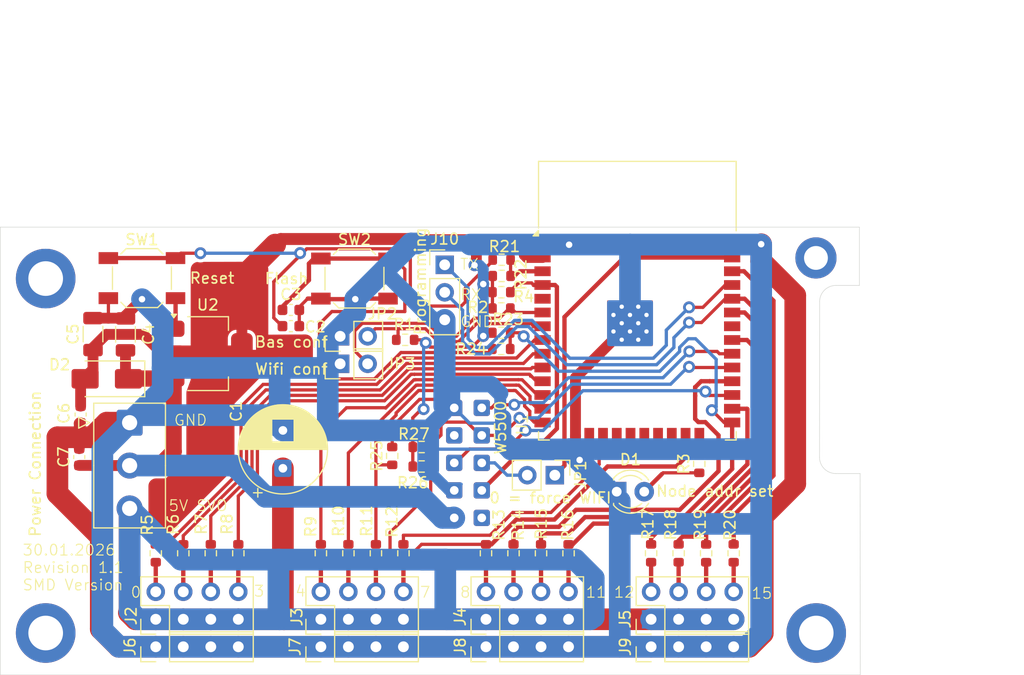
<source format=kicad_pcb>
(kicad_pcb (version 20241229) (generator "pcbnew") (generator_version "9.0")
  (title_block (title "ESP32 Wroom PWM PCB") (date "2025-12-02") (rev "1.0") (company "Rolf Jethon privat"))
  (layers (0 "F.Cu" signal) (2 "B.Cu" signal) (13 "F.Paste" user) (15 "B.Paste" user) (5 "F.SilkS" user "F.Silkscreen") (7 "B.SilkS" user "B.Silkscreen") (1 "F.Mask" user) (3 "B.Mask" user) (25 "Edge.Cuts" user))
  (net 0 "")
  (net 1 "GND")
  (net 2 "+5C")
  (net 3 "Net-(D1-A)")
  (net 5 "+5V")
  (net 6 "+3.3V")
  (net 7 "Net-(J1-RST)")
  (net 8 "Net-(J1-MOSI)")
  (net 9 "Net-(J1-SCLK)")
  (net 10 "Net-(J1-SCS)")
  (net 11 "Net-(J2-Pin_6)")
  (net 12 "Net-(J2-Pin_2)")
  (net 13 "Net-(J2-Pin_8)")
  (net 14 "Net-(J2-Pin_4)")
  (net 15 "Net-(J3-Pin_4)")
  (net 16 "Net-(J3-Pin_8)")
  (net 17 "Net-(J3-Pin_6)")
  (net 18 "Net-(J3-Pin_2)")
  (net 19 "Net-(J4-Pin_6)")
  (net 20 "Net-(J4-Pin_2)")
  (net 21 "Net-(J4-Pin_4)")
  (net 22 "Net-(J4-Pin_8)")
  (net 23 "Net-(J5-Pin_4)")
  (net 24 "Net-(J5-Pin_6)")
  (net 25 "Net-(J5-Pin_8)")
  (net 26 "Net-(J5-Pin_2)")
  (net 27 "Net-(JP1-A)")
  (net 28 "Net-(JP2-B)")
  (net 29 "Net-(JP3-B)")
  (net 30 "Net-(U1-IO2)")
  (net 31 "Net-(J10-Pin_2)")
  (net 32 "Net-(J10-Pin_1)")
  (net 34 "Net-(U1-IO33)")
  (net 36 "Net-(U1-IO32)")
  (net 37 "Net-(U1-IO27)")
  (net 40 "Net-(U1-IO26)")
  (net 42 "Net-(U1-IO25)")
  (net 44 "Net-(U1-IO17)")
  (net 45 "Net-(U1-IO15)")
  (net 47 "Net-(U1-IO14)")
  (net 48 "Net-(U1-IO13)")
  (net 49 "Net-(U1-IO12)")
  (net 50 "Net-(U1-IO4)")
  (net 51 "Net-(U1-IO0)")
  (net 53 "Net-(U1-EN)")
  (net 54 "Net-(J1-MISO)")
  (net 55 "Net-(C2-Pad1)")
  (net 56 "Net-(C3-Pad1)")
  (net 57 "Net-(U1-IO19)")
  (net 58 "Net-(U1-IO21)")
  (net 59 "Net-(U1-IO22)")
  (footprint "LED_THT:LED_D3.0mm" (layer "F.Cu") (at 164.8206 109.6264)
    (property "Reference" "D1")
    (property "Value" "Node addr set")
  )
  (footprint "Resistor_SMD:R_0603_1608Metric" (layer "F.Cu") (at 172.4406 107.061 90)
    (property "Reference" "R3")
    (property "Value" "220")
  )
  (footprint "Connector_PinHeader_2.54mm:PinHeader_2x04_P2.54mm_Vertical" (layer "F.Cu") (at 122.2756 121.412 90)
    (property "Reference" "J2")
    (property "Value" "~" (hide yes))
  )
  (footprint "Capacitor_SMD:C_1206_3216Metric" (layer "F.Cu") (at 119.4816 95.0976 90)
    (property "Reference" "C4")
    (property "Value" "10µf")
  )
  (footprint "MountingHole:MountingHole_2.2mm_M2_ISO14580_Pad_TopBottom" (layer "F.Cu") (at 183.2102 88.0364)
    (property "Reference" "REF**" (hide yes))
    (property "Value" "MountingHole_2.2mm_M2_ISO14580_Pad_TopBottom" (hide yes))
  )
  (footprint "Resistor_SMD:R_0603_1608Metric" (layer "F.Cu") (at 122.2756 115.314 -90)
    (property "Reference" "R5")
    (property "Value" "120")
  )
  (footprint "Resistor_SMD:R_0603_1608Metric" (layer "F.Cu") (at 167.9956 115.314 -90)
    (property "Reference" "R17")
    (property "Value" "120")
  )
  (footprint "Capacitor_SMD:C_0603_1608Metric" (layer "F.Cu") (at 134.747 92.837)
    (property "Reference" "C3")
    (property "Value" "1nF")
  )
  (footprint "Diode_SMD:D_SMA" (layer "F.Cu") (at 117.7544 99.2 180)
    (property "Reference" "D2")
    (property "Value" "SS14")
  )
  (footprint "Resistor_SMD:R_0603_1608Metric" (layer "F.Cu") (at 145.3 95.6 180)
    (property "Reference" "R1")
    (property "Value" "10K" (hide yes))
  )
  (footprint "Connector_PinHeader_2.54mm:PinHeader_1x04_P2.54mm_Vertical" (layer "F.Cu") (at 167.9956 123.952 90)
    (property "Reference" "J9")
    (property "Value" "~" (hide yes))
  )
  (footprint "Connector_PinHeader_2.54mm:PinHeader_1x04_P2.54mm_Vertical" (layer "F.Cu") (at 122.2756 123.952 90)
    (property "Reference" "J6")
    (property "Value" "~" (hide yes))
  )
  (footprint "Package_TO_SOT_SMD:SOT-223-3_TabPin2" (layer "F.Cu") (at 127.0758 96.8756)
    (property "Reference" "U2")
    (property "Value" "AMS1117-3.3")
  )
  (footprint "Connector_PinHeader_2.54mm:PinHeader_1x04_P2.54mm_Vertical" (layer "F.Cu") (at 152.7556 123.952 90)
    (property "Reference" "J8")
    (property "Value" "~" (hide yes))
  )
  (footprint "Capacitor_SMD:C_0603_1608Metric" (layer "F.Cu") (at 134.747 94.3356)
    (property "Reference" "C2")
    (property "Value" "1nF")
  )
  (footprint "Connector_PinHeader_2.54mm:PinHeader_1x02_P2.54mm_Vertical" (layer "F.Cu") (at 139.2936 97.8154 90)
    (property "Reference" "JP3")
    (property "Value" "Wifi conf")
  )
  (footprint "Resistor_SMD:R_0603_1608Metric" (layer "F.Cu") (at 146.825 107.3)
    (property "Reference" "R26")
    (property "Value" "10K" (hide yes))
  )
  (footprint "Resistor_SMD:R_0603_1608Metric" (layer "F.Cu") (at 170.5356 115.314 -90)
    (property "Reference" "R18")
    (property "Value" "120")
  )
  (footprint "Resistor_SMD:R_0603_1608Metric" (layer "F.Cu") (at 155.2956 115.314 -90)
    (property "Reference" "R14")
    (property "Value" "120")
  )
  (footprint "Mylib:W5500_Modul" (layer "F.Cu") (at 152.365902 106.9664)
    (property "Reference" "J1" (hide yes))
    (property "Value" "W5500")
  )
  (footprint "Capacitor_SMD:C_0603_1608Metric" (layer "F.Cu") (at 115.2144 106.426 90)
    (property "Reference" "C7")
    (property "Value" "100nF")
  )
  (footprint "Button_Switch_SMD:SW_SPST_SKQG_WithoutStem" (layer "F.Cu") (at 140.6156 89.9414)
    (property "Reference" "SW2")
    (property "Value" "Flash")
  )
  (footprint "Resistor_SMD:R_0603_1608Metric" (layer "F.Cu") (at 152.7556 115.314 -90)
    (property "Reference" "R13")
    (property "Value" "120")
  )
  (footprint "Resistor_SMD:R_0603_1608Metric" (layer "F.Cu") (at 129.8956 115.314 -90)
    (property "Reference" "R8")
    (property "Value" "120")
  )
  (footprint "Resistor_SMD:R_0603_1608Metric" (layer "F.Cu") (at 173.0756 115.318 -90)
    (property "Reference" "R19")
    (property "Value" "120")
  )
  (footprint "Capacitor_SMD:C_1206_3216Metric" (layer "F.Cu") (at 116.4844 95.0722 90)
    (property "Reference" "C5")
    (property "Value" "22µf")
  )
  (footprint "Resistor_SMD:R_0603_1608Metric" (layer "F.Cu") (at 154.178 92.7)
    (property "Reference" "R2")
    (property "Value" "10K" (hide yes))
  )
  (footprint "Connector_PinHeader_2.54mm:PinHeader_1x03_P2.54mm_Vertical" (layer "F.Cu") (at 148.9456 88.6714)
    (property "Reference" "J10")
    (property "Value" "Programming")
  )
  (footprint "Connector_PinHeader_2.54mm:PinHeader_2x04_P2.54mm_Vertical" (layer "F.Cu") (at 137.5156 121.412 90)
    (property "Reference" "J3")
    (property "Value" "~" (hide yes))
  )
  (footprint "Resistor_SMD:R_0603_1608Metric" (layer "F.Cu") (at 145.1356 115.314 -90)
    (property "Reference" "R12")
    (property "Value" "120")
  )
  (footprint "Resistor_SMD:R_0603_1608Metric" (layer "F.Cu") (at 160.3756 115.318 -90)
    (property "Reference" "R16")
    (property "Value" "120")
  )
  (footprint "Connector_TE-Connectivity:TE_826576-3_1x03_P3.96mm_Vertical" (layer "F.Cu") (at 119.8626 103.2534 -90)
    (property "Reference" "J11" (hide yes))
    (property "Value" "Power Connection")
  )
  (footprint "Resistor_SMD:R_0603_1608Metric" (layer "F.Cu") (at 154.2 88.2 180)
    (property "Reference" "R21")
    (property "Value" "470" (hide yes))
  )
  (footprint "Capacitor_THT:CP_Radial_D8.0mm_P3.50mm" (layer "F.Cu") (at 134.0104 107.4674 90)
    (property "Reference" "C1")
    (property "Value" "470µ")
  )
  (footprint "Resistor_SMD:R_0603_1608Metric" (layer "F.Cu") (at 146.825 105.5 180)
    (property "Reference" "R27")
    (property "Value" "10K" (hide yes))
  )
  (footprint "MountingHole:MountingHole_3.2mm_M3_ISO14580_Pad_TopBottom" (layer "F.Cu") (at 112.1156 89.9414)
    (property "Reference" "REF**" (hide yes))
    (property "Value" "MountingHole_3.2mm_M3_ISO14580_Pad_TopBottom" (hide yes))
  )
  (footprint "Button_Switch_SMD:SW_SPST_SKQG_WithoutStem" (layer "F.Cu") (at 121 89.9 180)
    (property "Reference" "SW1")
    (property "Value" "Reset")
  )
  (footprint "MountingHole:MountingHole_3.2mm_M3_ISO14580_Pad_TopBottom" (layer "F.Cu") (at 112.1156 122.682)
    (property "Reference" "REF**" (hide yes))
    (property "Value" "MountingHole_3.2mm_M3_ISO14580_Pad_TopBottom" (hide yes))
  )
  (footprint "Connector_PinHeader_2.54mm:PinHeader_1x04_P2.54mm_Vertical" (layer "F.Cu") (at 137.5156 123.952 90)
    (property "Reference" "J7")
    (property "Value" "~" (hide yes))
  )
  (footprint "Resistor_SMD:R_0603_1608Metric" (layer "F.Cu") (at 137.5156 115.314 -90)
    (property "Reference" "R9")
    (property "Value" "120")
  )
  (footprint "Resistor_SMD:R_0603_1608Metric" (layer "F.Cu") (at 157.8356 115.318 -90)
    (property "Reference" "R15")
    (property "Value" "120")
  )
  (footprint "Resistor_SMD:R_0603_1608Metric" (layer "F.Cu") (at 154.178 91.2)
    (property "Reference" "R4")
    (property "Value" "10K" (hide yes))
  )
  (footprint "MountingHole:MountingHole_3.2mm_M3_ISO14580_Pad_TopBottom" (layer "F.Cu") (at 183.2356 122.682)
    (property "Reference" "REF**" (hide yes))
    (property "Value" "MountingHole_3.2mm_M3_ISO14580_Pad_TopBottom" (hide yes))
  )
  (footprint "Resistor_SMD:R_0603_1608Metric" (layer "F.Cu") (at 154.2 89.7)
    (property "Reference" "R22")
    (property "Value" "10K" (hide yes))
  )
  (footprint "Resistor_SMD:R_0603_1608Metric" (layer "F.Cu") (at 144.1 106.325 90)
    (property "Reference" "R25")
    (property "Value" "10K" (hide yes))
  )
  (footprint "Resistor_SMD:R_0603_1608Metric" (layer "F.Cu") (at 175.6156 115.314 -90)
    (property "Reference" "R20")
    (property "Value" "120")
  )
  (footprint "Resistor_SMD:R_0603_1608Metric" (layer "F.Cu") (at 154.1658 96.4438 180)
    (property "Reference" "R24")
    (property "Value" "470" (hide yes))
  )
  (footprint "Resistor_SMD:R_0603_1608Metric" (layer "F.Cu") (at 124.8156 115.316 -90)
    (property "Reference" "R6")
    (property "Value" "120")
  )
  (footprint "Connector_PinHeader_2.54mm:PinHeader_1x02_P2.54mm_Vertical" (layer "F.Cu") (at 159.1106 108.1024 -90)
    (property "Reference" "JP1")
    (property "Value" "0 = force WIFI")
  )
  (footprint "Connector_PinHeader_2.54mm:PinHeader_2x04_P2.54mm_Vertical" (layer "F.Cu") (at 167.9956 121.412 90)
    (property "Reference" "J5")
    (property "Value" "~" (hide yes))
  )
  (footprint "Mylib:ESP32-WROOM-32" (layer "F.Cu") (at 166.7256 94.9764)
    (property "Reference" "U1")
    (property "Value" "ESP32-WROOM-32")
  )
  (footprint "Resistor_SMD:R_0603_1608Metric" (layer "F.Cu") (at 140.0556 115.314 -90)
    (property "Reference" "R10")
    (property "Value" "120")
  )
  (footprint "Resistor_SMD:R_0603_1608Metric" (layer "F.Cu") (at 154.1658 94.9452)
    (property "Reference" "R23")
    (property "Value" "10K" (hide yes))
  )
  (footprint "Capacitor_SMD:C_0603_1608Metric" (layer "F.Cu") (at 115.3414 102.5 -90)
    (property "Reference" "C6")
    (property "Value" "100nF")
  )
  (footprint "Connector_PinHeader_2.54mm:PinHeader_2x04_P2.54mm_Vertical" (layer "F.Cu") (at 152.7556 121.412 90)
    (property "Reference" "J4")
    (property "Value" "~" (hide yes))
  )
  (footprint "Resistor_SMD:R_0603_1608Metric" (layer "F.Cu") (at 142.5956 115.314 -90)
    (property "Reference" "R11")
    (property "Value" "120")
  )
  (footprint "Resistor_SMD:R_0603_1608Metric" (layer "F.Cu") (at 127.3556 115.314 -90)
    (property "Reference" "R7")
    (property "Value" "120")
  )
  (footprint "Connector_PinHeader_2.54mm:PinHeader_1x02_P2.54mm_Vertical" (layer "F.Cu") (at 139.2936 95.2754 90)
    (property "Reference" "JP2")
    (property "Value" "Bas conf")
  )
  (gr_line (start 187.3 126.55) (end 107.925 126.55) (stroke (width 0.05)) (layer "Edge.Cuts"))
  (gr_line (start 187.2234 90.5764) (end 187.2234 85.1916) (stroke (width 0.05)) (layer "Edge.Cuts"))
  (gr_line (start 185.052004 90.5764) (end 187.2234 90.5764) (stroke (width 0.05)) (layer "Edge.Cuts"))
  (gr_line (start 185.041497 107.95) (end 187.2869 107.95) (stroke (width 0.05)) (layer "Edge.Cuts"))
  (gr_arc (start 185.041497 107.95) (mid 183.980449 107.510273) (end 183.541497 106.448904) (stroke (width 0.05)) (layer "Edge.Cuts"))
  (gr_arc (start 183.552004 92.075303) (mid 183.991731 91.015352) (end 185.052004 90.5764) (stroke (width 0.05)) (layer "Edge.Cuts"))
  (gr_line (start 107.925 126.55) (end 107.9246 85.1916) (stroke (width 0.05)) (layer "Edge.Cuts"))
  (gr_line (start 187.2869 107.95) (end 187.3 126.55) (stroke (width 0.05)) (layer "Edge.Cuts"))
  (gr_line (start 183.541497 106.448904) (end 183.552004 92.075303) (stroke (width 0.05)) (layer "Edge.Cuts"))
  (gr_line (start 187.2234 85.1916) (end 107.9246 85.1916) (stroke (width 0.05)) (layer "Edge.Cuts"))
  (gr_text "12" (at 164.5 119.5 0) (layer "F.SilkS") (effects (font (size 1 1) (thickness 0.1)) (justify left bottom)))
  (gr_text "5V SVO" (at 123.4 111.5 0) (layer "F.SilkS") (effects (font (size 1 1) (thickness 0.1)) (justify left bottom)))
  (gr_text "30.01.2026\nRevision 1.1\nSMD Version" (at 109.925 118.825 0) (layer "F.SilkS") (effects (font (size 1 1) (thickness 0.1)) (justify left bottom)))
  (gr_text "4" (at 135.1 119.4 0) (layer "F.SilkS") (effects (font (size 1 1) (thickness 0.1)) (justify left bottom)))
  (gr_text "TX" (at 150.3 89.2 0) (layer "F.SilkS") (effects (font (size 1 1) (thickness 0.1)) (justify left bottom)))
  (gr_text "3" (at 131.2756 119.4 0) (layer "F.SilkS") (effects (font (size 1 1) (thickness 0.1)) (justify left bottom)))
  (gr_text "RX" (at 150.3 92 0) (layer "F.SilkS") (effects (font (size 1 1) (thickness 0.1)) (justify left bottom)))
  (gr_text "GND" (at 150.3256 94.5 0) (layer "F.SilkS") (effects (font (size 1 1) (thickness 0.1)) (justify left bottom)))
  (gr_text "GND" (at 123.9 103.6 0) (layer "F.SilkS") (effects (font (size 1 1) (thickness 0.1)) (justify left bottom)))
  (gr_text "8" (at 150.3 119.5 0) (layer "F.SilkS") (effects (font (size 1 1) (thickness 0.1)) (justify left bottom)))
  (gr_text "15" (at 177.2 119.6 0) (layer "F.SilkS") (effects (font (size 1 1) (thickness 0.1)) (justify left bottom)))
  (gr_text "11" (at 161.9 119.5 0) (layer "F.SilkS") (effects (font (size 1 1) (thickness 0.1)) (justify left bottom)))
  (gr_text "7" (at 146.6 119.5 0) (layer "F.SilkS") (effects (font (size 1 1) (thickness 0.1)) (justify left bottom)))
  (gr_text "0" (at 119.9 119.5 0) (layer "F.SilkS") (effects (font (size 1 1) (thickness 0.1)) (justify left bottom)))
  (segment (start 117.9056 93.5916) (end 117.9 93.5972) (width 0.3) (layer "F.Cu") (net 1))
  (segment (start 119.4816 93.3704) (end 121.0056 91.8464) (width 1) (layer "F.Cu") (net 1))
  (segment (start 129.8956 123.952) (end 137.5156 123.952) (width 2) (layer "F.Cu") (net 1))
  (segment (start 170.5356 123.952) (end 173.0756 123.952) (width 2) (layer "F.Cu") (net 1))
  (segment (start 140.0556 123.952) (end 142.5956 123.952) (width 2) (layer "F.Cu") (net 1))
  (segment (start 136.3006 91.7914) (end 137.5156 91.7914) (width 0.4) (layer "F.Cu") (net 1))
  (segment (start 115.2758 103.2534) (end 115.2144 103.3148) (width 1) (layer "F.Cu") (net 1))
  (segment (start 178.3 122.7) (end 178.3 111.9) (width 2) (layer "F.Cu") (net 1))
  (segment (start 161.0156 106.3156) (end 161.4 106.7) (width 1) (layer "F.Cu") (net 1))
  (segment (start 161.0156 104.4864) (end 161.0156 106.3156) (width 1) (layer "F.Cu") (net 1))
  (segment (start 144.1 103.625793) (end 146.626793 101.099) (width 0.3) (layer "F.Cu") (net 1))
  (segment (start 175.6156 123.952) (end 177.048 123.952) (width 2) (layer "F.Cu") (net 1))
  (segment (start 178.1556 88.3556) (end 178.1556 86.7664) (width 2) (layer "F.Cu") (net 1))
  (segment (start 137.5156 123.952) (end 140.0556 123.952) (width 2) (layer "F.Cu") (net 1))
  (segment (start 113.2 104.6) (end 113.2 109.8) (width 2) (layer "F.Cu") (net 1))
  (segment (start 117.7466 103.2534) (end 116.4 104.6) (width 2) (layer "F.Cu") (net 1))
  (segment (start 118.852 123.952) (end 122.2756 123.952) (width 2) (layer "F.Cu") (net 1))
  (segment (start 113.2 109.8) (end 117.2 113.8) (width 2) (layer "F.Cu") (net 1))
  (segment (start 157.9756 86.7264) (end 160.3356 86.7264) (width 1) (layer "F.Cu") (net 1))
  (segment (start 115.2144 103.3148) (end 115.2144 105.651) (width 1) (layer "F.Cu") (net 1))
  (segment (start 152.7556 123.952) (end 155.2956 123.952) (width 2) (layer "F.Cu") (net 1))
  (segment (start 143.7156 91.7914) (end 140.7456 91.7914) (width 0.4) (layer "F.Cu") (net 1))
  (segment (start 116.4844 93.5972) (end 117.9 93.5972) (width 1) (layer "F.Cu") (net 1))
  (segment (start 144.1 105.5) (end 144.1 103.625793) (width 0.3) (layer "F.Cu") (net 1))
  (segment (start 175.4756 86.7264) (end 178.1156 86.7264) (width 1) (layer "F.Cu") (net 1))
  (segment (start 160.5436 86.7) (end 173.4 86.7) (width 1.5) (layer "F.Cu") (net 1))
  (segment (start 123.7348 94.5756) (end 121.0056 91.8464) (width 1.5) (layer "F.Cu") (net 1))
  (segment (start 173.4 86.7) (end 173.4264 86.7264) (width 1) (layer "F.Cu") (net 1))
  (segment (start 146.626793 101.099) (end 149.038502 101.099) (width 0.3) (layer "F.Cu") (net 1))
  (segment (start 178.1156 86.7264) (end 178.1556 86.7664) (width 0.4) (layer "F.Cu") (net 1))
  (segment (start 181.3 91.5) (end 178.1556 88.3556) (width 2) (layer "F.Cu") (net 1))
  (segment (start 140.6906 91.8464) (end 137.5706 91.8464) (width 0.4) (layer "F.Cu") (net 1))
  (segment (start 116.4 104.6) (end 113.2 104.6) (width 2) (layer "F.Cu") (net 1))
  (segment (start 122.2756 123.952) (end 124.8156 123.952) (width 2) (layer "F.Cu") (net 1))
  (segment (start 119.8626 103.2534) (end 117.7466 103.2534) (width 2) (layer "F.Cu") (net 1))
  (segment (start 117.9 93.5972) (end 119.4562 93.5972) (width 1) (layer "F.Cu") (net 1))
  (segment (start 127.3556 123.952) (end 129.8956 123.952) (width 2) (layer "F.Cu") (net 1))
  (segment (start 160.3356 86.7264) (end 160.4264 86.8172) (width 1) (layer "F.Cu") (net 1))
  (segment (start 173.4264 86.7264) (end 175.4756 86.7264) (width 1) (layer "F.Cu") (net 1))
  (segment (start 117.2 122.3) (end 118.852 123.952) (width 2) (layer "F.Cu") (net 1))
  (segment (start 124.8156 123.952) (end 127.3556 123.952) (width 2) (layer "F.Cu") (net 1))
  (segment (start 117.9056 91.7556) (end 117.9056 93.5916) (width 0.3) (layer "F.Cu") (net 1))
  (segment (start 140.7456 91.7914) (end 140.6906 91.8464) (width 0.4) (layer "F.Cu") (net 1))
  (segment (start 160.3356 86.7264) (end 160.3756 86.7664) (width 0.4) (layer "F.Cu") (net 1))
  (segment (start 181.3 108.9) (end 181.3 91.5) (width 2) (layer "F.Cu") (net 1))
  (segment (start 161.0156 104.4864) (end 161.0156 99.0964) (width 1) (layer "F.Cu") (net 1))
  (segment (start 155.2956 123.952) (end 157.8356 123.952) (width 2) (layer "F.Cu") (net 1))
  (segment (start 161.0156 99.0964) (end 166.0456 94.0664) (width 1) (layer "F.Cu") (net 1))
  (segment (start 145.1356 123.952) (end 152.7556 123.952) (width 2) (layer "F.Cu") (net 1))
  (segment (start 136.3006 91.7914) (end 135.4306 92.6614) (width 0.3) (layer "F.Cu") (net 1))
  (segment (start 142.5956 123.952) (end 145.1356 123.952) (width 2) (layer "F.Cu") (net 1))
  (segment (start 119.4816 93.6226) (end 119.4816 93.3704) (width 1) (layer "F.Cu") (net 1))
  (segment (start 177.048 123.952) (end 178.3 122.7) (width 2) (layer "F.Cu") (net 1))
  (segment (start 124.1056 91.7556) (end 124.1056 94.3958) (width 0.4) (layer "F.Cu") (net 1))
  (segment (start 149.038502 101.099) (end 149.825902 101.8864) (width 0.3) (layer "F.Cu") (net 1))
  (segment (start 117.2 113.8) (end 117.2 122.3) (width 2) (layer "F.Cu") (net 1))
  (segment (start 157.8356 123.952) (end 160.3756 123.952) (width 2) (layer "F.Cu") (net 1))
  (segment (start 135.522 92.837) (end 135.522 94.3356) (width 0.3) (layer "F.Cu") (net 1))
  (segment (start 178.3 111.9) (end 181.3 108.9) (width 2) (layer "F.Cu") (net 1))
  (segment (start 160.3756 123.952) (end 167.9956 123.952) (width 2) (layer "F.Cu") (net 1))
  (segment (start 173.0756 123.952) (end 175.6156 123.952) (width 2) (layer "F.Cu") (net 1))
  (segment (start 167.9956 123.952) (end 170.5356 123.952) (width 2) (layer "F.Cu") (net 1))
  (via (at 140.6906 91.8464) (size 1) (drill 0.6) (layers "F.Cu" "B.Cu") (net 1))
  (via (at 161.4 106.7) (size 1.1) (drill 0.6) (layers "F.Cu" "B.Cu") (net 1))
  (via (at 160.4264 86.8172) (size 1.1) (drill 0.6) (layers "F.Cu" "B.Cu") (net 1))
  (via (at 121.0056 91.8464) (size 1.1) (drill 0.6) (layers "F.Cu" "B.Cu") (net 1))
  (via (at 178.1556 86.7664) (size 1.1) (drill 0.6) (layers "F.Cu" "B.Cu") (net 1))
  (segment (start 154.069438 100.530562) (end 153.238876 99.7) (width 1.5) (layer "B.Cu") (net 1))
  (segment (start 165.1 112.6) (end 177.8556 112.6) (width 2) (layer "B.Cu") (net 1))
  (segment (start 178.1556 105.6) (end 178.1556 86.8336) (width 2) (layer "B.Cu") (net 1))
  (segment (start 154.340863 102.8) (end 154.340863 104.97732) (width 1.5) (layer "B.Cu") (net 1))
  (segment (start 134.0104 103.9674) (end 138.1 103.9674) (width 2) (layer "B.Cu") (net 1))
  (segment (start 118.872 123.952) (end 117.348 122.428) (width 2) (layer "B.Cu") (net 1))
  (segment (start 140.6906 93.1164) (end 138.1506 95.6564) (width 2) (layer "B.Cu") (net 1))
  (segment (start 146.4 86.7) (end 151.2 86.7) (width 1.5) (layer "B.Cu") (net 1))
  (segment (start 166.0456 93.3039) (end 166.0456 86.8278) (width 2) (layer "B.Cu") (net 1))
  (segment (start 151.3 86.8) (end 166.0062 86.8) (width 2) (layer "B.Cu") (net 1))
  (segment (start 176.817681 123.952) (end 175.6156 123.952) (width 2) (layer "B.Cu") (net 1))
  (segment (start 160.425419 105.725419) (end 160.450838 105.7) (width 2) (layer "B.Cu") (net 1))
  (segment (start 148.919 99.4256) (end 148.9456 99.4256) (width 2) (layer "B.Cu") (net 1))
  (segment (start 166.0456 86.8278) (end 166.0734 86.8) (width 2) (layer "B.Cu") (net 1))
  (segment (start 160.450838 105.7) (end 178.0556 105.7) (width 2) (layer "B.Cu") (net 1))
  (segment (start 178.1556 86.8336) (end 178.122 86.8) (width 2) (layer "B.Cu") (net 1))
  (segment (start 132.601 102.558) (end 133.7056 103.6626) (width 2) (layer "B.Cu") (net 1))
  (segment (start 122.9106 98.1964) (end 122.9106 93.7514) (width 2) (layer "B.Cu") (net 1))
  (segment (start 149.825902 101.8864) (end 149.825902 100.305902) (width 1.1) (layer "B.Cu") (net 1))
  (segment (start 148.9 101.7) (end 148.9 99.4446) (width 2) (layer "B.Cu") (net 1))
  (segment (start 120.558 102.558) (end 132.601 102.558) (width 2) (layer "B.Cu") (net 1))
  (segment (start 149.825902 109.5064) (end 149.3336 109.5064) (width 1) (layer "B.Cu") (net 1))
  (segment (start 140.6906 91.8464) (end 143.3185 89.2185) (width 2) (layer "B.Cu") (net 1))
  (segment (start 122.2756 123.952) (end 118.872 123.952) (width 2) (layer "B.Cu") (net 1))
  (segment (start 138.1 103.9674) (end 147.4 103.9674) (width 2) (layer "B.Cu") (net 1))
  (segment (start 148.9 102.3) (end 147.4 103.8) (width 1.5) (layer "B.Cu") (net 1))
  (segment (start 147.4 105.4784) (end 147.6216 105.7) (width 0.3) (layer "B.Cu") (net 1))
  (segment (start 122.2756 123.952) (end 175.6156 123.952) (width 2) (layer "B.Cu") (net 1))
  (segment (start 122.9106 93.7514) (end 121.0056 91.8464) (width 2) (layer "B.Cu") (net 1))
  (segment (start 148.9 101.7) (end 148.9 102.3) (width 1.5) (layer "B.Cu") (net 1))
  (segment (start 119.8626 103.2534) (end 120.558 102.558) (width 2) (layer "B.Cu") (net 1))
  (segment (start 138.1506 98.1964) (end 138.1506 103.9168) (width 2) (layer "B.Cu") (net 1))
  (segment (start 148.9456 93.7514) (end 147.8514 93.7514) (width 1.5) (layer "B.Cu") (net 1))
  (segment (start 122.9106 98.1964) (end 122.9106 100.2054) (width 2) (layer "B.Cu") (net 1))
  (segment (start 148.7636 108.9364) (end 147.4216 107.5944) (width 1) (layer "B.Cu") (net 1))
  (segment (start 165.1 112.6) (end 165.1 110.5) (width 2) (layer "B.Cu") (net 1))
  (segment (start 154.340863 102.8) (end 154.069438 102.528575) (width 1.1) (layer "B.Cu") (net 1))
  (segment (start 155.088962 105.725419) (end 154.590863 105.22732) (width 2) (layer "B.Cu") (net 1))
  (segment (start 133.7056 98.2472) (end 133.6548 98.1964) (width 2) (layer "B.Cu") (net 1))
  (segment (start 160.425419 105.725419) (end 155.088962 105.725419) (width 2) (layer "B.Cu") (net 1))
  (segment (start 147.4 103.8) (end 147.4 103.9674) (width 1.5) (layer "B.Cu") (net 1))
  (segment (start 178.1556 112.9) (end 178.1556 122.614081) (width 2) (layer "B.Cu") (net 1))
  (segment (start 117.348 105.768) (end 119.8626 103.2534) (width 2) (layer "B.Cu") (net 1))
  (segment (start 145.837 86.7) (end 146.4 86.7) (width 2) (layer "B.Cu") (net 1))
  (segment (start 138.1506 95.6564) (end 138.1506 98.1964) (width 2) (layer "B.Cu") (net 1))
  (segment (start 147.4216 103.989) (end 147.4 103.9674) (width 2) (layer "B.Cu") (net 1))
  (segment (start 166.0734 86.8) (end 178.122 86.8) (width 2) (layer "B.Cu") (net 1))
  (segment (start 134.0104 103.9674) (end 133.7056 103.6626) (width 2) (layer "B.Cu") (net 1))
  (segment (start 117.348 122.428) (end 117.348 105.768) (width 2) (layer "B.Cu") (net 1))
  (segment (start 138.1506 103.9168) (end 138.1 103.9674) (width 2) (layer "B.Cu") (net 1))
  (segment (start 149.825902 100.305902) (end 149.22 99.7) (width 1.1) (layer "B.Cu") (net 1))
  (segment (start 148.9 99.4446) (end 148.919 99.4256) (width 2) (layer "B.Cu") (net 1))
  (segment (start 177.8556 112.6) (end 178.1556 112.9) (width 2) (layer "B.Cu") (net 1))
  (segment (start 165.1 110.5) (end 161.4 106.8) (width 2) (layer "B.Cu") (net 1))
  (segment (start 148.1272 108.3) (end 147.4216 107.5944) (width 0.3) (layer "B.Cu") (net 1))
  (segment (start 122.9106 98.1964) (end 133.6548 98.1964) (width 2) (layer "B.Cu") (net 1))
  (segment (start 153.918183 103.3) (end 151.239502 103.3) (width 0.3) (layer "B.Cu") (net 1))
  (segment (start 151.239502 103.3) (end 149.825902 101.8864) (width 0.3) (layer "B.Cu") (net 1))
  (segment (start 161.4 106.8) (end 161.4 106.7) (width 2) (layer "B.Cu") (net 1))
  (segment (start 147.8514 93.7514) (end 143.3185 89.2185) (width 1.5) (layer "B.Cu") (net 1))
  (segment (start 148.9456 93.7514) (end 148.9456 99.4256) (width 2) (layer "B.Cu") (net 1))
  (segment (start 154.069438 102.528575) (end 154.069438 100.530562) (width 1.1) (layer "B.Cu") (net 1))
  (segment (start 147.4216 107.5944) (end 147.4216 103.989) (width 2) (layer "B.Cu") (net 1))
  (segment (start 147.4 103.9674) (end 147.4 105.4784) (width 0.3) (layer "B.Cu") (net 1))
  (segment (start 154.340863 104.97732) (end 154.590863 105.22732) (width 1.5) (layer "B.Cu") (net 1))
  (segment (start 165.1 123.952) (end 165.1 112.6) (width 2) (layer "B.Cu") (net 1))
  (segment (start 149.3336 109.5064) (end 148.7636 108.9364) (width 1) (layer "B.Cu") (net 1))
  (segment (start 143.3185 89.2185) (end 145.837 86.7) (width 2) (layer "B.Cu") (net 1))
  (segment (start 133.7056 103.6626) (end 133.7056 98.2472) (width 2) (layer "B.Cu") (net 1))
  (segment (start 178.1556 122.614081) (end 176.817681 123.952) (width 2) (layer "B.Cu") (net 1))
  (segment (start 122.9106 100.2054) (end 119.8626 103.2534) (width 2) (layer "B.Cu") (net 1))
  (segment (start 148.4272 108.6) (end 148.1272 108.3) (width 0.3) (layer "B.Cu") (net 1))
  (segment (start 150.4636 108.9364) (end 148.7636 108.9364) (width 0.3) (layer "B.Cu") (net 1))
  (segment (start 153.238876 99.7) (end 149.22 99.7) (width 1.5) (layer "B.Cu") (net 1))
  (segment (start 161.4 106.7) (end 160.425419 105.725419) (width 2) (layer "B.Cu") (net 1))
  (segment (start 147.6216 105.7) (end 153.735693 105.7) (width 0.3) (layer "B.Cu") (net 1))
  (segment (start 178.0556 105.7) (end 178.1556 105.6) (width 2) (layer "B.Cu") (net 1))
  (segment (start 140.6906 93.1164) (end 140.6906 91.8464) (width 2) (layer "B.Cu") (net 1))
  (segment (start 178.1556 112.9) (end 178.1556 105.6) (width 2) (layer "B.Cu") (net 1))
  (segment (start 133.6548 98.1964) (end 138.1506 98.1964) (width 2) (layer "B.Cu") (net 1))
  (segment (start 119.8 120.8) (end 119.8626 120.7374) (width 2) (layer "F.Cu") (net 2))
  (segment (start 160.3756 121.412) (end 167.9956 121.412) (width 2) (layer "F.Cu") (net 2))
  (segment (start 157.8356 121.412) (end 160.3756 121.412) (width 2) (layer "F.Cu") (net 2))
  (segment (start 120.412 121.412) (end 119.8 120.8) (width 2) (layer "F.Cu") (net 2))
  (segment (start 134.112 121.412) (end 129.8956 121.412) (width 2) (layer "F.Cu") (net 2))
  (segment (start 134.0104 121.2896) (end 134 121.3) (width 2) (layer "F.Cu") (net 2))
  (segment (start 170.5356 121.412) (end 173.0756 121.412) (width 2) (layer "F.Cu") (net 2))
  (segment (start 155.2956 121.412) (end 157.8356 121.412) (width 2) (layer "F.Cu") (net 2))
  (segment (start 122.2756 121.412) (end 120.412 121.412) (width 2) (layer "F.Cu") (net 2))
  (segment (start 167.9956 121.412) (end 170.5356 121.412) (width 2) (layer "F.Cu") (net 2))
  (segment (start 142.5956 121.412) (end 145.1356 121.412) (width 2) (layer "F.Cu") (net 2))
  (segment (start 152.7556 121.412) (end 155.2956 121.412) (width 2) (layer "F.Cu") (net 2))
  (segment (start 124.8156 121.412) (end 122.2756 121.412) (width 2) (layer "F.Cu") (net 2))
  (segment (start 173.0756 121.412) (end 175.6156 121.412) (width 2) (layer "F.Cu") (net 2))
  (segment (start 145.1356 121.412) (end 152.7556 121.412) (width 2) (layer "F.Cu") (net 2))
  (segment (start 134 121.3) (end 134.112 121.412) (width 2) (layer "F.Cu") (net 2))
  (segment (start 134.0104 107.4674) (end 134.0104 121.2896) (width 2) (layer "F.Cu") (net 2))
  (segment (start 137.5156 121.412) (end 140.0556 121.412) (width 2) (layer "F.Cu") (net 2))
  (segment (start 119.8626 120.7374) (end 119.8626 111.1734) (width 2) (layer "F.Cu") (net 2))
  (segment (start 140.0556 121.412) (end 142.5956 121.412) (width 2) (layer "F.Cu") (net 2))
  (segment (start 129.8956 121.412) (end 127.3556 121.412) (width 2) (layer "F.Cu") (net 2))
  (segment (start 134.112 121.412) (end 137.5156 121.412) (width 2) (layer "F.Cu") (net 2))
  (segment (start 127.3556 121.412) (end 124.8156 121.412) (width 2) (layer "F.Cu") (net 2))
  (segment (start 146.9 115.9) (end 161 115.9) (width 2) (layer "B.Cu") (net 2))
  (segment (start 137.5156 121.412) (end 140.0556 121.412) (width 2) (layer "B.Cu") (net 2))
  (segment (start 133.6 115.9) (end 146.9 115.9) (width 2) (layer "B.Cu") (net 2))
  (segment (start 167.9956 121.412) (end 170.5356 121.412) (width 2) (layer "B.Cu") (net 2))
  (segment (start 120.612 121.412) (end 119.8626 120.6626) (width 2) (layer "B.Cu") (net 2))
  (segment (start 161 115.9) (end 162.7 117.6) (width 2) (layer "B.Cu") (net 2))
  (segment (start 162.7 121.2) (end 162.6 121.2) (width 2) (layer "B.Cu") (net 2))
  (segment (start 162.7 117.6) (end 162.7 121.2) (width 2) (layer "B.Cu") (net 2))
  (segment (start 162.6 121.2) (end 162.388 121.412) (width 2) (layer "B.Cu") (net 2))
  (segment (start 162.388 121.412) (end 160.3756 121.412) (width 2) (layer "B.Cu") (net 2))
  (segment (start 119.8626 111.1734) (end 124.5892 115.9) (width 2) (layer "B.Cu") (net 2))
  (segment (start 133.6 121.312) (end 133.7 121.412) (width 2) (layer "B.Cu") (net 2))
  (segment (start 149 115.9) (end 149 121.312) (width 2) (layer "B.Cu") (net 2))
  (segment (start 152.7556 121.412) (end 155.2956 121.412) (width 2) (layer "B.Cu") (net 2))
  (segment (start 129.8956 121.412) (end 133.7 121.412) (width 2) (layer "B.Cu") (net 2))
  (segment (start 157.8356 121.412) (end 160.3756 121.412) (width 2) (layer "B.Cu") (net 2))
  (segment (start 124.8156 121.412) (end 127.3556 121.412) (width 2) (layer "B.Cu") (net 2))
  (segment (start 145.1356 121.412) (end 149.9 121.412) (width 2) (layer "B.Cu") (net 2))
  (segment (start 146.9 115.9) (end 149 115.9) (width 2) (layer "B.Cu") (net 2))
  (segment (start 124.5892 115.9) (end 133.6 115.9) (width 2) (layer "B.Cu") (net 2))
  (segment (start 119.8626 120.6626) (end 119.8626 111.1734) (width 2) (layer "B.Cu") (net 2))
  (segment (start 155.2956 121.412) (end 157.8356 121.412) (width 2) (layer "B.Cu") (net 2))
  (segment (start 149.9 121.412) (end 152.7556 121.412) (width 2) (layer "B.Cu") (net 2))
  (segment (start 133.6 115.9) (end 133.6 121.312) (width 2) (layer "B.Cu") (net 2))
  (segment (start 149 121.312) (end 149.1 121.412) (width 2) (layer "B.Cu") (net 2))
  (segment (start 173.0756 121.412) (end 175.6156 121.412) (width 2) (layer "B.Cu") (net 2))
  (segment (start 149.1 121.412) (end 149.9 121.412) (width 2) (layer "B.Cu") (net 2))
  (segment (start 133.7 121.412) (end 137.5156 121.412) (width 2) (layer "B.Cu") (net 2))
  (segment (start 122.2756 121.412) (end 124.8156 121.412) (width 2) (layer "B.Cu") (net 2))
  (segment (start 170.5356 121.412) (end 173.0756 121.412) (width 2) (layer "B.Cu") (net 2))
  (segment (start 122.2756 121.412) (end 120.612 121.412) (width 2) (layer "B.Cu") (net 2))
  (segment (start 140.0556 121.412) (end 142.5956 121.412) (width 2) (layer "B.Cu") (net 2))
  (segment (start 127.3556 121.412) (end 129.8956 121.412) (width 2) (layer "B.Cu") (net 2))
  (segment (start 142.5956 121.412) (end 145.1356 121.412) (width 2) (layer "B.Cu") (net 2))
  (segment (start 168.9856 108.0014) (end 169.101 107.886) (width 0.3) (layer "F.Cu") (net 3))
  (segment (start 168.9856 108.0014) (end 167.3606 109.6264) (width 0.4) (layer "F.Cu") (net 3))
  (segment (start 169.101 107.886) (end 172.4406 107.886) (width 0.3) (layer "F.Cu") (net 3))
  (segment (start 116.5222 107.2134) (end 116.5098 107.201) (width 1) (layer "F.Cu") (net 5))
  (segment (start 119.8626 107.2134) (end 116.5222 107.2134) (width 1) (layer "F.Cu") (net 5))
  (segment (start 116.5098 107.201) (end 115.2144 107.201) (width 1) (layer "F.Cu") (net 5))
  (segment (start 123.9258 99.1756) (end 119.87 99.1756) (width 1.5) (layer "F.Cu") (net 5))
  (segment (start 119.8626 107.2134) (end 122.6312 107.2134) (width 1.5) (layer "F.Cu") (net 5))
  (segment (start 123.9258 105.9172) (end 123.9258 99.1756) (width 1.5) (layer "F.Cu") (net 5))
  (segment (start 123.9266 105.918) (end 123.9258 105.9172) (width 1.5) (layer "F.Cu") (net 5))
  (segment (start 119.4816 96.5726) (end 119.4816 98.7872) (width 1) (layer "F.Cu") (net 5))
  (segment (start 122.6312 107.2134) (end 123.9266 105.918) (width 1.5) (layer "F.Cu") (net 5))
  (segment (start 146.8 110.1) (end 148.7464 112.0464) (width 2) (layer "B.Cu") (net 5))
  (segment (start 148.7464 112.0464) (end 149.825902 112.0464) (width 2) (layer "B.Cu") (net 5))
  (segment (start 132.4 110.1) (end 146.8 110.1) (width 2) (layer "B.Cu") (net 5))
  (segment (start 129.5134 107.2134) (end 132.4 110.1) (width 2) (layer "B.Cu") (net 5))
  (segment (start 149.825902 112.0464) (end 149.779502 112) (width 2) (layer "B.Cu") (net 5))
  (segment (start 119.8626 107.2134) (end 129.5134 107.2134) (width 2) (layer "B.Cu") (net 5))
  (segment (start 156.5256 87.9964) (end 156.2862 87.757) (width 1) (layer "F.Cu") (net 6))
  (segment (start 157.9756 87.9964) (end 156.5256 87.9964) (width 1) (layer "F.Cu") (net 6))
  (segment (start 133.3 86.8) (end 130.2258 89.8742) (width 2) (layer "F.Cu") (net 6))
  (segment (start 123.9258 96.8756) (end 130.2258 96.8756) (width 1.5) (layer "F.Cu") (net 6))
  (segment (start 122.8852 96.8756) (end 123.9258 96.8756) (width 1) (layer "F.Cu") (net 6))
  (segment (start 130.2258 89.8742) (end 130.2258 93.218) (width 2) (layer "F.Cu") (net 6))
  (segment (start 146.3144 86.2894) (end 133.8106 86.2894) (width 1.1) (layer "F.Cu") (net 6))
  (segment (start 156.2862 87.757) (end 156.2862 87.1612) (width 1) (layer "F.Cu") (net 6))
  (segment (start 151.695559 88.71265) (end 151.8666 88.541609) (width 1) (layer "F.Cu") (net 6))
  (segment (start 130.2258 96.8756) (end 130.2258 93.218) (width 1) (layer "F.Cu") (net 6))
  (segment (start 152.5016 95.25) (end 152.8064 94.9452) (width 0.3) (layer "F.Cu") (net 6))
  (segment (start 147 102) (end 146.8 102) (width 0.3) (layer "F.Cu") (net 6))
  (segment (start 146.625 86.6) (end 146.3144 86.2894) (width 1.1) (layer "F.Cu") (net 6))
  (segment (start 153.353 92.7) (end 153.353 91.2) (width 0.3) (layer "F.Cu") (net 6))
  (segment (start 121.1096 95.1) (end 122.8852 96.8756) (width 1) (layer "F.Cu") (net 6))
  (segment (start 146.924289 95.6056) (end 146.1306 95.6056) (width 0.3) (layer "F.Cu") (net 6))
  (segment (start 116.4844 96.3168) (end 117.7012 95.1) (width 1) (layer "F.Cu") (net 6))
  (segment (start 147.591689 96.273) (end 147.192689 95.874) (width 0.3) (layer "F.Cu") (net 6))
  (segment (start 151.8666 88.541609) (end 151.8666 87.0204) (width 1) (layer "F.Cu") (net 6))
  (segment (start 133.8106 86.2894) (end 133.3 86.8) (width 1.1) (layer "F.Cu") (net 6))
  (segment (start 147.192689 95.874) (end 146.924289 95.6056) (width 0.3) (layer "F.Cu") (net 6))
  (segment (start 116.4844 96.5472) (end 116.4844 98.33) (width 1) (layer "F.Cu") (net 6))
  (segment (start 115.3414 101.725) (end 115.3414 99.473) (width 1) (layer "F.Cu") (net 6))
  (segment (start 153.353 91.2) (end 153.353 89.722) (width 0.3) (layer "F.Cu") (net 6))
  (segment (start 151.4786 96.273) (end 147.591689 96.273) (width 0.3) (layer "F.Cu") (net 6))
  (segment (start 156.2862 87.1612) (end 155.725 86.6) (width 1) (layer "F.Cu") (net 6))
  (segment (start 146 102.8) (end 146 105.5) (width 0.3) (layer "F.Cu") (net 6))
  (segment (start 152.8064 94.9452) (end 153.3408 94.9452) (width 0.3) (layer "F.Cu") (net 6))
  (segment (start 146 107.3) (end 146 105.5) (width 0.3) (layer "F.Cu") (net 6))
  (segment (start 152.5016 95.25) (end 151.4786 96.273) (width 0.3) (layer "F.Cu") (net 6))
  (segment (start 117.7012 95.1) (end 121.1096 95.1) (width 1) (layer "F.Cu") (net 6))
  (segment (start 153.1522 91.1) (end 152.5016 90.4494) (width 0.4) (layer "F.Cu") (net 6))
  (segment (start 116.4844 98.33) (end 115.7544 99.06) (width 1) (layer "F.Cu") (net 6))
  (segment (start 155.725 86.6) (end 146.625 86.6) (width 1.5) (layer "F.Cu") (net 6))
  (segment (start 116.4844 96.5472) (end 116.4844 96.3168) (width 1) (layer "F.Cu") (net 6))
  (segment (start 146.8 102) (end 146 102.8) (width 0.3) (layer "F.Cu") (net 6))
  (via (at 147 102) (size 1.1) (drill 0.6) (layers "F.Cu" "B.Cu") (net 6))
  (via (at 152.5016 90.4494) (size 1.1) (drill 0.6) (layers "F.Cu" "B.Cu") (net 6))
  (via (at 147.192689 95.874) (size 1.1) (drill 0.6) (layers "F.Cu" "B.Cu") (net 6))
  (via (at 152.5016 95.25) (size 1.1) (drill 0.6) (layers "F.Cu" "B.Cu") (net 6))
  (via (at 151.695559 88.71265) (size 1.1) (drill 0.6) (layers "F.Cu" "B.Cu") (net 6))
  (segment (start 147 96.066689) (end 147.192689 95.874) (width 0.3) (layer "B.Cu") (net 6))
  (segment (start 152.5016 89.0524) (end 152.5016 90.4494) (width 1) (layer "B.Cu") (net 6))
  (segment (start 147 102) (end 147 96.066689) (width 0.3) (layer "B.Cu") (net 6))
  (segment (start 152.16185 88.71265) (end 152.5016 89.0524) (width 1) (layer "B.Cu") (net 6))
  (segment (start 151.695559 88.71265) (end 152.16185 88.71265) (width 1) (layer "B.Cu") (net 6))
  (segment (start 152.5016 90.4494) (end 152.5016 95.25) (width 1) (layer "B.Cu") (net 6))
  (segment (start 156.415014 103.974419) (end 154.700033 105.6894) (width 0.3) (layer "F.Cu") (net 7))
  (segment (start 173.0096 100.3764) (end 173.3696 100.7364) (width 0.3) (layer "F.Cu") (net 7))
  (segment (start 151.2316 105.6894) (end 149.9546 106.9664) (width 0.3) (layer "F.Cu") (net 7))
  (segment (start 154.700033 105.6894) (end 151.2316 105.6894) (width 0.3) (layer "F.Cu") (net 7))
  (segment (start 173.3696 100.7364) (end 175.4356 100.7364) (width 0.3) (layer "F.Cu") (net 7))
  (via (at 156.415014 103.974419) (size 1.1) (drill 0.6) (layers "F.Cu" "B.Cu") (net 7))
  (via (at 173.0096 100.3764) (size 1.1) (drill 0.6) (layers "F.Cu" "B.Cu") (net 7))
  (segment (start 158.025581 103.974419) (end 161.7 100.3) (width 0.3) (layer "B.Cu") (net 7))
  (segment (start 161.7 100.3) (end 172.9332 100.3) (width 0.3) (layer "B.Cu") (net 7))
  (segment (start 172.9332 100.3) (end 173.0096 100.3764) (width 0.3) (layer "B.Cu") (net 7))
  (segment (start 156.415014 103.974419) (end 158.025581 103.974419) (width 0.3) (layer "B.Cu") (net 7))
  (segment (start 154.7024 108.1024) (end 153.5664 106.9664) (width 0.3) (layer "B.Cu") (net 8))
  (segment (start 153.5664 106.9664) (end 152.365902 106.9664) (width 0.3) (layer "B.Cu") (net 8))
  (segment (start 156.5706 108.1024) (end 154.7024 108.1024) (width 0.3) (layer "B.Cu") (net 8))
  (segment (start 155.370438 101.596071) (end 155.366509 101.6) (width 0.3) (layer "F.Cu") (net 9))
  (segment (start 171.5276 96.6724) (end 174.0916 96.6724) (width 0.3) (layer "F.Cu") (net 9))
  (segment (start 153.557 101.6) (end 153.2706 101.8864) (width 0.3) (layer "F.Cu") (net 9))
  (segment (start 155.366509 101.6) (end 153.557 101.6) (width 0.3) (layer "F.Cu") (net 9))
  (segment (start 174.3056 96.8864) (end 175.4756 96.8864) (width 0.3) (layer "F.Cu") (net 9))
  (segment (start 153.2706 101.8864) (end 152.365902 101.8864) (width 0.3) (layer "F.Cu") (net 9))
  (segment (start 174.0916 96.6724) (end 174.3056 96.8864) (width 0.3) (layer "F.Cu") (net 9))
  (via (at 155.370438 101.596071) (size 1.1) (drill 0.6) (layers "F.Cu" "B.Cu") (net 9))
  (via (at 171.5276 96.6724) (size 1.1) (drill 0.6) (layers "F.Cu" "B.Cu") (net 9))
  (segment (start 158.061 101.4) (end 160.361 99.1) (width 0.3) (layer "B.Cu") (net 9))
  (segment (start 160.361 99.1) (end 169.1 99.1) (width 0.3) (layer "B.Cu") (net 9))
  (segment (start 155.370438 101.596071) (end 155.566509 101.4) (width 0.3) (layer "B.Cu") (net 9))
  (segment (start 155.566509 101.4) (end 158.061 101.4) (width 0.3) (layer "B.Cu") (net 9))
  (segment (start 169.1 99.1) (end 171.5276 96.6724) (width 0.3) (layer "B.Cu") (net 9))
  (segment (start 171.5 98.1) (end 171.5564 98.1564) (width 0.3) (layer "F.Cu") (net 10))
  (segment (start 151 103.2) (end 152.2264 104.4264) (width 0.3) (layer "F.Cu") (net 10))
  (segment (start 171.5564 98.1564) (end 175.4756 98.1564) (width 0.3) (layer "F.Cu") (net 10))
  (segment (start 148.9 103.2) (end 151 103.2) (width 0.3) (layer "F.Cu") (net 10))
  (segment (start 155.841863 102.807584) (end 154.223047 104.4264) (width 0.3) (layer "F.Cu") (net 10))
  (segment (start 147.65 105.35) (end 148.6 104.4) (width 0.3) (layer "F.Cu") (net 10))
  (segment (start 148.6 103.5) (end 148.9 103.2) (width 0.3) (layer "F.Cu") (net 10))
  (segment (start 154.223047 104.4264) (end 152.365902 104.4264) (width 0.3) (layer "F.Cu") (net 10))
  (segment (start 148.6 104.4) (end 148.6 103.5) (width 0.3) (layer "F.Cu") (net 10))
  (via (at 155.841863 102.807584) (size 1.1) (drill 0.6) (layers "F.Cu" "B.Cu") (net 10))
  (via (at 171.5 98.1) (size 1.1) (drill 0.6) (layers "F.Cu" "B.Cu") (net 10))
  (segment (start 171.3964 98.1) (end 171.5 98.1) (width 0.3) (layer "B.Cu") (net 10))
  (segment (start 169.7964 99.7) (end 171.3964 98.1) (width 0.3) (layer "B.Cu") (net 10))
  (segment (start 155.841863 102.807584) (end 157.578413 102.807584) (width 0.3) (layer "B.Cu") (net 10))
  (segment (start 157.578413 102.807584) (end 160.685997 99.7) (width 0.3) (layer "B.Cu") (net 10))
  (segment (start 160.685997 99.7) (end 169.7964 99.7) (width 0.3) (layer "B.Cu") (net 10))
  (segment (start 127.3556 116.139) (end 127.3556 118.872) (width 0.4) (layer "F.Cu") (net 11))
  (segment (start 122.2756 116.139) (end 122.2756 118.872) (width 0.4) (layer "F.Cu") (net 12))
  (segment (start 129.8956 116.139) (end 129.8956 118.872) (width 0.4) (layer "F.Cu") (net 13))
  (segment (start 124.8156 116.141) (end 124.8156 118.872) (width 0.4) (layer "F.Cu") (net 14))
  (segment (start 140.0556 116.139) (end 140.0556 118.872) (width 0.4) (layer "F.Cu") (net 15))
  (segment (start 145.1356 116.139) (end 145.1356 118.872) (width 0.4) (layer "F.Cu") (net 16))
  (segment (start 142.5956 116.139) (end 142.5956 118.872) (width 0.4) (layer "F.Cu") (net 17))
  (segment (start 137.5156 116.139) (end 137.5156 118.872) (width 0.4) (layer "F.Cu") (net 18))
  (segment (start 157.8356 116.143) (end 157.8356 118.872) (width 0.4) (layer "F.Cu") (net 19))
  (segment (start 152.7556 116.139) (end 152.7556 118.872) (width 0.4) (layer "F.Cu") (net 20))
  (segment (start 155.2956 116.139) (end 155.2956 118.872) (width 0.4) (layer "F.Cu") (net 21))
  (segment (start 160.3756 116.143) (end 160.3756 118.872) (width 0.4) (layer "F.Cu") (net 22))
  (segment (start 170.5356 116.139) (end 170.5356 118.872) (width 0.4) (layer "F.Cu") (net 23))
  (segment (start 173.0756 116.143) (end 173.0756 118.872) (width 0.4) (layer "F.Cu") (net 24))
  (segment (start 175.6156 116.139) (end 175.6156 118.872) (width 0.4) (layer "F.Cu") (net 25))
  (segment (start 167.9956 116.139) (end 167.9956 118.872) (width 0.4) (layer "F.Cu") (net 26))
  (segment (start 165.4956 87.9964) (end 160 93.492) (width 0.4) (layer "F.Cu") (net 27))
  (segment (start 175.4756 87.9964) (end 165.4956 87.9964) (width 0.4) (layer "F.Cu") (net 27))
  (segment (start 160 93.492) (end 160 107.213) (width 0.4) (layer "F.Cu") (net 27))
  (segment (start 160 107.213) (end 159.1106 108.1024) (width 0.4) (layer "F.Cu") (net 27))
  (segment (start 156.9212 94.107) (end 157.1606 94.3464) (width 0.3) (layer "F.Cu") (net 28))
  (segment (start 142.5336 94.5754) (end 144.5514 94.5754) (width 0.3) (layer "F.Cu") (net 28))
  (segment (start 144.6408 95.4342) (end 144.6408 94.6648) (width 0.3) (layer "F.Cu") (net 28))
  (segment (start 150.227001 95.772) (end 151.892 94.107) (width 0.3) (layer "F.Cu") (net 28))
  (segment (start 144.6408 94.6648) (end 144.5514 94.5754) (width 0.3) (layer "F.Cu") (net 28))
  (segment (start 144.5514 94.5754) (end 147.16688 94.5754) (width 0.3) (layer "F.Cu") (net 28))
  (segment (start 147.16688 94.5754) (end 148.36348 95.772) (width 0.3) (layer "F.Cu") (net 28))
  (segment (start 151.892 94.107) (end 156.9212 94.107) (width 0.3) (layer "F.Cu") (net 28))
  (segment (start 148.36348 95.772) (end 150.227001 95.772) (width 0.3) (layer "F.Cu") (net 28))
  (segment (start 141.8336 95.2754) (end 142.5336 94.5754) (width 0.3) (layer "F.Cu") (net 28))
  (segment (start 157.1606 94.3464) (end 157.9756 94.3464) (width 0.4) (layer "F.Cu") (net 28))
  (segment (start 141.8336 97.8154) (end 140.6326 96.6144) (width 0.3) (layer "F.Cu") (net 29))
  (segment (start 147.3744 94.0744) (end 148.571 95.271) (width 0.3) (layer "F.Cu") (net 29))
  (segment (start 155.4794 93.0764) (end 155.103 92.7) (width 0.3) (layer "F.Cu") (net 29))
  (segment (start 153.997 93.606) (end 154.903 92.7) (width 0.3) (layer "F.Cu") (net 29))
  (segment (start 151.68448 93.606) (end 153.997 93.606) (width 0.3) (layer "F.Cu") (net 29))
  (segment (start 148.571 95.271) (end 150.01948 95.271) (width 0.3) (layer "F.Cu") (net 29))
  (segment (start 140.6326 96.6144) (end 140.6326 94.777929) (width 0.3) (layer "F.Cu") (net 29))
  (segment (start 141.336129 94.0744) (end 147.3744 94.0744) (width 0.3) (layer "F.Cu") (net 29))
  (segment (start 157.9756 93.0764) (end 155.4794 93.0764) (width 0.3) (layer "F.Cu") (net 29))
  (segment (start 140.6326 94.777929) (end 141.336129 94.0744) (width 0.3) (layer "F.Cu") (net 29))
  (segment (start 150.01948 95.271) (end 151.68448 93.606) (width 0.3) (layer "F.Cu") (net 29))
  (segment (start 172.4456 106.3614) (end 172.4456 104.4864) (width 0.4) (layer "F.Cu") (net 30))
  (segment (start 178.6886 93.8694) (end 178.6886 107.833226) (width 0.4) (layer "F.Cu") (net 31))
  (segment (start 171.5 94) (end 172.65 94) (width 0.3) (layer "F.Cu") (net 31))
  (segment (start 175.4756 91.8064) (end 176.6256 91.8064) (width 0.4) (layer "F.Cu") (net 31))
  (segment (start 172.65 94) (end 174.8436 91.8064) (width 0.3) (layer "F.Cu") (net 31))
  (segment (start 178.6886 107.833226) (end 173.0756 113.446226) (width 0.4) (layer "F.Cu") (net 31))
  (segment (start 176.6256 91.8064) (end 178.6886 93.8694) (width 0.4) (layer "F.Cu") (net 31))
  (segment (start 173.0756 113.446226) (end 173.0756 114.493) (width 0.4) (layer "F.Cu") (net 31))
  (segment (start 174.8436 91.8064) (end 175.4756 91.8064) (width 0.3) (layer "F.Cu") (net 31))
  (via (at 171.5 94) (size 1.1) (drill 0.6) (layers "F.Cu" "B.Cu") (net 31))
  (segment (start 170.1 95.4) (end 170.1 96.3) (width 0.3) (layer "B.Cu") (net 31))
  (segment (start 155.6256 94.3744) (end 153.1 96.9) (width 0.3) (layer "B.Cu") (net 31))
  (segment (start 150.599 95.753261) (end 150.599 92.8648) (width 0.3) (layer "B.Cu") (net 31))
  (segment (start 160.2 97.9) (end 156.6744 94.3744) (width 0.3) (layer "B.Cu") (net 31))
  (segment (start 170.1 96.3) (end 168.5 97.9) (width 0.3) (layer "B.Cu") (net 31))
  (segment (start 153.1 96.9) (end 151.745739 96.9) (width 0.3) (layer "B.Cu") (net 31))
  (segment (start 151.745739 96.9) (end 150.599 95.753261) (width 0.3) (layer "B.Cu") (net 31))
  (segment (start 156.6744 94.3744) (end 155.6256 94.3744) (width 0.3) (layer "B.Cu") (net 31))
  (segment (start 168.5 97.9) (end 160.2 97.9) (width 0.3) (layer "B.Cu") (net 31))
  (segment (start 171.5 94) (end 170.1 95.4) (width 0.3) (layer "B.Cu") (net 31))
  (segment (start 150.599 92.8648) (end 148.9456 91.2114) (width 0.3) (layer "B.Cu") (net 31))
  (segment (start 171.5 92.6) (end 172.777206 92.6) (width 0.3) (layer "F.Cu") (net 32))
  (segment (start 172.777206 92.6) (end 174.800806 90.5764) (width 0.3) (layer "F.Cu") (net 32))
  (segment (start 174.800806 90.5764) (end 175.4356 90.5764) (width 0.3) (layer "F.Cu") (net 32))
  (via (at 171.5 92.6) (size 1.1) (drill 0.6) (layers "F.Cu" "B.Cu") (net 32))
  (segment (start 155.39574 93.8) (end 153.7 95.49574) (width 0.3) (layer "B.Cu") (net 32))
  (segment (start 153.7 95.49574) (end 153.7 95.5) (width 0.3) (layer "B.Cu") (net 32))
  (segment (start 160.5 97.3) (end 157 93.8) (width 0.3) (layer "B.Cu") (net 32))
  (segment (start 151.1 90.8258) (end 148.9456 88.6714) (width 0.3) (layer "B.Cu") (net 32))
  (segment (start 171.5 92.6) (end 169.4 94.7) (width 0.3) (layer "B.Cu") (net 32))
  (segment (start 157 93.8) (end 155.39574 93.8) (width 0.3) (layer "B.Cu") (net 32))
  (segment (start 168.2 97.3) (end 160.5 97.3) (width 0.3) (layer "B.Cu") (net 32))
  (segment (start 169.4 94.7) (end 169.4 96.1) (width 0.3) (layer "B.Cu") (net 32))
  (segment (start 152.9 96.3) (end 151.9 96.3) (width 0.3) (layer "B.Cu") (net 32))
  (segment (start 151.1 95.5) (end 151.1 90.8258) (width 0.3) (layer "B.Cu") (net 32))
  (segment (start 169.4 96.1) (end 168.2 97.3) (width 0.3) (layer "B.Cu") (net 32))
  (segment (start 153.7 95.5) (end 152.9 96.3) (width 0.3) (layer "B.Cu") (net 32))
  (segment (start 151.9 96.3) (end 151.1 95.5) (width 0.3) (layer "B.Cu") (net 32))
  (segment (start 130.6576 102.0064) (end 130.6576 107.8484) (width 0.3) (layer "F.Cu") (net 34))
  (segment (start 124.8156 113.6904) (end 124.8156 114.491) (width 0.3) (layer "F.Cu") (net 34))
  (segment (start 142.9766 100.2284) (end 132.4356 100.2284) (width 0.3) (layer "F.Cu") (net 34))
  (segment (start 145.533372 97.778594) (end 145.533366 97.7786) (width 0.3) (layer "F.Cu") (net 34))
  (segment (start 145.4264 97.7786) (end 142.9766 100.2284) (width 0.3) (layer "F.Cu") (net 34))
  (segment (start 132.4356 100.2284) (end 130.6576 102.0064) (width 0.3) (layer "F.Cu") (net 34))
  (segment (start 145.740893 97.7786) (end 145.533372 97.778594) (width 0.3) (layer "F.Cu") (net 34))
  (segment (start 130.6576 107.8484) (end 124.8156 113.6904) (width 0.3) (layer "F.Cu") (net 34))
  (segment (start 156.2214 97.7786) (end 145.740893 97.7786) (width 0.3) (layer "F.Cu") (net 34))
  (segment (start 157.1136 96.8864) (end 156.2214 97.7786) (width 0.3) (layer "F.Cu") (net 34))
  (segment (start 145.533366 97.7786) (end 145.4264 97.7786) (width 0.3) (layer "F.Cu") (net 34))
  (segment (start 157.9756 96.8864) (end 157.1136 96.8864) (width 0.3) (layer "F.Cu") (net 34))
  (segment (start 145.21888 97.2776) (end 145.325846 97.2776) (width 0.3) (layer "F.Cu") (net 36))
  (segment (start 130.1496 101.7524) (end 132.1886 99.7134) (width 0.3) (layer "F.Cu") (net 36))
  (segment (start 155.5794 97.2776) (end 157.2406 95.6164) (width 0.3) (layer "F.Cu") (net 36))
  (segment (start 145.107521 97.282) (end 145.214479 97.282) (width 0.3) (layer "F.Cu") (net 36))
  (segment (start 145.325846 97.2776) (end 145.325852 97.277594) (width 0.3) (layer "F.Cu") (net 36))
  (segment (start 123.125 113.9) (end 123.9 113.9) (width 0.3) (layer "F.Cu") (net 36))
  (segment (start 130.1496 107.64788) (end 130.1496 101.7524) (width 0.3) (layer "F.Cu") (net 36))
  (segment (start 122.536 114.489) (end 123.125 113.9) (width 0.3) (layer "F.Cu") (net 36))
  (segment (start 132.1886 99.7134) (end 142.676121 99.7134) (width 0.3) (layer "F.Cu") (net 36))
  (segment (start 145.740892 97.277594) (end 145.740898 97.2776) (width 0.3) (layer "F.Cu") (net 36))
  (segment (start 145.325852 97.277594) (end 145.325859 97.277594) (width 0.3) (layer "F.Cu") (net 36))
  (segment (start 123.9 113.9) (end 124.3146 113.4854) (width 0.3) (layer "F.Cu") (net 36))
  (segment (start 145.325859 97.277594) (end 145.325865 97.277588) (width 0.3) (layer "F.Cu") (net 36))
  (segment (start 124.3146 113.482879) (end 130.1496 107.64788) (width 0.3) (layer "F.Cu") (net 36))
  (segment (start 124.3146 113.4854) (end 124.3146 113.482879) (width 0.3) (layer "F.Cu") (net 36))
  (segment (start 145.214479 97.282) (end 145.21888 97.2776) (width 0.3) (layer "F.Cu") (net 36))
  (segment (start 145.325865 97.277588) (end 145.533386 97.277594) (width 0.3) (layer "F.Cu") (net 36))
  (segment (start 145.740898 97.2776) (end 155.5794 97.2776) (width 0.3) (layer "F.Cu") (net 36))
  (segment (start 157.2406 95.6164) (end 157.9756 95.6164) (width 0.3) (layer "F.Cu") (net 36))
  (segment (start 145.533386 97.277594) (end 145.740892 97.277594) (width 0.3) (layer "F.Cu") (net 36))
  (segment (start 142.676121 99.7134) (end 145.107521 97.282) (width 0.3) (layer "F.Cu") (net 36))
  (segment (start 137.5156 104.2344) (end 137.5156 114.489) (width 0.3) (layer "F.Cu") (net 37))
  (segment (start 153.752022 99.2824) (end 148.43978 99.2824) (width 0.3) (layer "F.Cu") (net 37))
  (segment (start 146.26028 99.2842) (end 146.255879 99.2886) (width 0.3) (layer "F.Cu") (net 37))
  (segment (start 156.0886 99.2886) (end 155.752806 99.2886) (width 0.3) (layer "F.Cu") (net 37))
  (segment (start 153.753823 99.2842) (end 153.752022 99.2824) (width 0.3) (layer "F.Cu") (net 37))
  (segment (start 143.4724 101.8724) (end 139.8776 101.8724) (width 0.3) (layer "F.Cu") (net 37))
  (segment (start 157.4964 100.6964) (end 156.0886 99.2886) (width 0.3) (layer "F.Cu") (net 37))
  (segment (start 146.255879 99.2886) (end 146.1114 99.2886) (width 0.3) (layer "F.Cu") (net 37))
  (segment (start 155.748405 99.2842) (end 153.753823 99.2842) (width 0.3) (layer "F.Cu") (net 37))
  (segment (start 146.1114 99.2886) (end 143.5 101.9) (width 0.3) (layer "F.Cu") (net 37))
  (segment (start 148.43978 99.2824) (end 148.437979 99.2842) (width 0.3) (layer "F.Cu") (net 37))
  (segment (start 143.5 101.9) (end 143.4724 101.8724) (width 0.3) (layer "F.Cu") (net 37))
  (segment (start 139.8776 101.8724) (end 137.5156 104.2344) (width 0.3) (layer "F.Cu") (net 37))
  (segment (start 155.752806 99.2886) (end 155.748405 99.2842) (width 0.3) (layer "F.Cu") (net 37))
  (segment (start 148.437979 99.2842) (end 146.26028 99.2842) (width 0.3) (layer "F.Cu") (net 37))
  (segment (start 156.9456 98.9574) (end 156.8746 98.9574) (width 0.3) (layer "F.Cu") (net 40))
  (segment (start 145.841434 98.780606) (end 143.391642 101.2304) (width 0.3) (layer "F.Cu") (net 40))
  (segment (start 129.8956 110.02744) (end 129.8956 114.489) (width 0.3) (layer "F.Cu") (net 40))
  (segment (start 157.4146 99.4264) (end 156.9456 98.9574) (width 0.3) (layer "F.Cu") (net 40))
  (segment (start 156.7688 98.7806) (end 146.155926 98.7806) (width 0.3) (layer "F.Cu") (net 40))
  (segment (start 156.8746 98.8864) (end 156.7688 98.7806) (width 0.3) (layer "F.Cu") (net 40))
  (segment (start 145.947676 98.780606) (end 145.841434 98.780606) (width 0.3) (layer "F.Cu") (net 40))
  (segment (start 146.155913 98.780606) (end 146.155907 98.780612) (width 0.3) (layer "F.Cu") (net 40))
  (segment (start 146.155926 98.7806) (end 146.15592 98.780606) (width 0.3) (layer "F.Cu") (net 40))
  (segment (start 146.155907 98.780612) (end 145.947676 98.780606) (width 0.3) (layer "F.Cu") (net 40))
  (segment (start 131.6596 108.26344) (end 129.8956 110.02744) (width 0.3) (layer "F.Cu") (net 40))
  (segment (start 131.6596 102.62392) (end 131.6596 108.26344) (width 0.3) (layer "F.Cu") (net 40))
  (segment (start 156.8746 98.9574) (end 156.8746 98.8864) (width 0.3) (layer "F.Cu") (net 40))
  (segment (start 133.05312 101.2304) (end 131.6596 102.62392) (width 0.3) (layer "F.Cu") (net 40))
  (segment (start 146.15592 98.780606) (end 146.155913 98.780606) (width 0.3) (layer "F.Cu") (net 40))
  (segment (start 143.391642 101.2304) (end 133.05312 101.2304) (width 0.3) (layer "F.Cu") (net 40))
  (segment (start 145.63392 98.2796) (end 145.738749 98.2796) (width 0.3) (layer "F.Cu") (net 42))
  (segment (start 131.1586 108.05592) (end 131.1586 102.4164) (width 0.3) (layer "F.Cu") (net 42))
  (segment (start 157.0336 98.1564) (end 157.9756 98.1564) (width 0.3) (layer "F.Cu") (net 42))
  (segment (start 145.948406 98.2796) (end 156.9104 98.2796) (width 0.3) (layer "F.Cu") (net 42))
  (segment (start 156.9104 98.2796) (end 157.0336 98.1564) (width 0.3) (layer "F.Cu") (net 42))
  (segment (start 145.9484 98.279606) (end 145.948406 98.2796) (width 0.3) (layer "F.Cu") (net 42))
  (segment (start 131.1586 102.4164) (end 132.8456 100.7294) (width 0.3) (layer "F.Cu") (net 42))
  (segment (start 132.8456 100.7294) (end 143.184121 100.7294) (width 0.3) (layer "F.Cu") (net 42))
  (segment (start 127.3556 114.489) (end 127.3556 111.85892) (width 0.3) (layer "F.Cu") (net 42))
  (segment (start 127.3556 111.85892) (end 131.1586 108.05592) (width 0.3) (layer "F.Cu") (net 42))
  (segment (start 145.738749 98.2796) (end 145.9484 98.279606) (width 0.3) (layer "F.Cu") (net 42))
  (segment (start 143.184121 100.7294) (end 145.63392 98.2796) (width 0.3) (layer "F.Cu") (net 42))
  (segment (start 172.615682 99.4254) (end 173.403518 99.4254) (width 0.4) (layer "F.Cu") (net 44))
  (segment (start 173.403518 99.4254) (end 173.404518 99.4264) (width 0.4) (layer "F.Cu") (net 44))
  (segment (start 155.2956 113.304342) (end 155.724942 112.875) (width 0.4) (layer "F.Cu") (net 44))
  (segment (start 172.0586 100.770318) (end 172.0586 99.982482) (width 0.4) (layer "F.Cu") (net 44))
  (segment (start 159.4892 112.875) (end 161.0642 111.3) (width 0.4) (layer "F.Cu") (net 44))
  (segment (start 172.066682 99.9744) (end 172.615682 99.4254) (width 0.4) (layer "F.Cu") (net 44))
  (segment (start 155.2956 114.489) (end 155.2956 113.304342) (width 0.4) (layer "F.Cu") (net 44))
  (segment (start 174.2186 104.4186) (end 173 103.2) (width 0.4) (layer "F.Cu") (net 44))
  (segment (start 172.0586 99.982482) (end 172.0596 99.981482) (width 0.4) (layer "F.Cu") (net 44))
  (segment (start 172.0596 99.981482) (end 172.0596 99.9744) (width 0.4) (layer "F.Cu") (net 44))
  (segment (start 155.724942 112.875) (end 159.4892 112.875) (width 0.4) (layer "F.Cu") (net 44))
  (segment (start 173.404518 99.4264) (end 175.4756 99.4264) (width 0.4) (layer "F.Cu") (net 44))
  (segment (start 161.0642 111.3) (end 170.64 111.3) (width 0.4) (layer "F.Cu") (net 44))
  (segment (start 172.0596 100.771318) (end 172.0586 100.770318) (width 0.4) (layer "F.Cu") (net 44))
  (segment (start 172.0596 102.9) (end 172.0596 100.771318) (width 0.4) (layer "F.Cu") (net 44))
  (segment (start 173 103.2) (end 172.3596 103.2) (width 0.4) (layer "F.Cu") (net 44))
  (segment (start 172.3596 103.2) (end 172.0596 102.9) (width 0.4) (layer "F.Cu") (net 44))
  (segment (start 170.64 111.3) (end 174.2186 107.7214) (width 0.4) (layer "F.Cu") (net 44))
  (segment (start 174.2186 107.7214) (end 174.2186 104.4186) (width 0.4) (layer "F.Cu") (net 44))
  (segment (start 172.0596 99.9744) (end 172.066682 99.9744) (width 0.4) (layer "F.Cu") (net 44))
  (segment (start 163.972 107.3) (end 159.072 112.2) (width 0.4) (layer "F.Cu") (net 45))
  (segment (start 146 115.3) (end 143.9 115.3) (width 0.3) (layer "F.Cu") (net 45))
  (segment (start 152.7556 114.489) (end 146.811 114.489) (width 0.3) (layer "F.Cu") (net 45))
  (segment (start 146.811 114.489) (end 146 115.3) (width 0.3) (layer "F.Cu") (net 45))
  (segment (start 171.1756 106.4464) (end 170.322 107.3) (width 0.4) (layer "F.Cu") (net 45))
  (segment (start 143.9 113.4) (end 147.65 109.65) (width 0.3) (layer "F.Cu") (net 45))
  (segment (start 155.55 112.2) (end 153.261 114.489) (width 0.4) (layer "F.Cu") (net 45))
  (segment (start 147.65 109.65) (end 147.65 107.3) (width 0.3) (layer "F.Cu") (net 45))
  (segment (start 143.9 115.3) (end 143.9 113.4) (width 0.3) (layer "F.Cu") (net 45))
  (segment (start 153.261 114.489) (end 152.7556 114.489) (width 0.4) (layer "F.Cu") (net 45))
  (segment (start 159.072 112.2) (end 155.55 112.2) (width 0.4) (layer "F.Cu") (net 45))
  (segment (start 171.1756 104.4864) (end 171.1756 106.4464) (width 0.4) (layer "F.Cu") (net 45))
  (segment (start 170.322 107.3) (end 163.972 107.3) (width 0.4) (layer "F.Cu") (net 45))
  (segment (start 146.318919 99.789601) (end 143.70752 102.401) (width 0.3) (layer "F.Cu") (net 47))
  (segment (start 146.4634 99.7896) (end 146.318919 99.789601) (width 0.3) (layer "F.Cu") (net 47))
  (segment (start 146.467799 99.785201) (end 146.4634 99.7896) (width 0.3) (layer "F.Cu") (net 47))
  (segment (start 155.545285 99.7896) (end 155.540885 99.7852) (width 0.3) (layer "F.Cu") (net 47))
  (segment (start 151.1855 99.7852) (end 151.006303 99.7852) (width 0.3) (layer "F.Cu") (net 47))
  (segment (start 157.0445 101.4974) (end 156.8746 101.4974) (width 0.3) (layer "F.Cu") (net 47))
  (segment (start 156.8746 101.4974) (end 156.8746 101.3275) (width 0.3) (layer "F.Cu") (net 47))
  (segment (start 140.0556 106.0444) (end 140.0556 114.489) (width 0.3) (layer "F.Cu") (net 47))
  (segment (start 151.004502 99.7834) (end 148.6473 99.7834) (width 0.3) (layer "F.Cu") (net 47))
  (segment (start 151.1873 99.7834) (end 151.1855 99.7852) (width 0.3) (layer "F.Cu") (net 47))
  (segment (start 155.540885 99.7852) (end 153.546302 99.7852) (width 0.3) (layer "F.Cu") (net 47))
  (segment (start 155.7896 99.7896) (end 155.545285 99.7896) (width 0.3) (layer "F.Cu") (net 47))
  (segment (start 143.699 102.401) (end 140.0556 106.0444) (width 0.3) (layer "F.Cu") (net 47))
  (segment (start 148.6473 99.7834) (end 148.645499 99.785201) (width 0.3) (layer "F.Cu") (net 47))
  (segment (start 156.8196 101.2725) (end 156.8196 100.8196) (width 0.3) (layer "F.Cu") (net 47))
  (segment (start 156.8196 100.8196) (end 155.7896 99.7896) (width 0.3) (layer "F.Cu") (net 47))
  (segment (start 143.70752 102.401) (end 143.699 102.401) (width 0.3) (layer "F.Cu") (net 47))
  (segment (start 148.645499 99.785201) (end 146.467799 99.785201) (width 0.3) (layer "F.Cu") (net 47))
  (segment (start 157.5135 101.9664) (end 157.0445 101.4974) (width 0.3) (layer "F.Cu") (net 47))
  (segment (start 153.546302 99.7852) (end 153.544502 99.7834) (width 0.3) (layer "F.Cu") (net 47))
  (segment (start 153.544502 99.7834) (end 151.1873 99.7834) (width 0.3) (layer "F.Cu") (net 47))
  (segment (start 151.006303 99.7852) (end 151.004502 99.7834) (width 0.3) (layer "F.Cu") (net 47))
  (segment (start 156.8746 101.3275) (end 156.8196 101.2725) (width 0.3) (layer "F.Cu") (net 47))
  (segment (start 163.2 107.1) (end 158.75 111.55) (width 0.3) (layer "F.Cu") (net 48))
  (segment (start 162.2856 104.4864) (end 162.2856 105.0856) (width 0.4) (layer "F.Cu") (net 48))
  (segment (start 158.75 111.55) (end 155.225 111.55) (width 0.3) (layer "F.Cu") (net 48))
  (segment (start 153.125 113.65) (end 145.1356 113.65) (width 0.3) (layer "F.Cu") (net 48))
  (segment (start 162.2856 105.0856) (end 163.2 106) (width 0.3) (layer "F.Cu") (net 48))
  (segment (start 155.225 111.55) (end 153.125 113.65) (width 0.3) (layer "F.Cu") (net 48))
  (segment (start 145.1356 113.65) (end 145.1356 114.489) (width 0.3) (layer "F.Cu") (net 48))
  (segment (start 163.2 106) (end 163.2 107.1) (width 0.3) (layer "F.Cu") (net 48))
  (segment (start 148.854822 100.2844) (end 150.796982 100.2844) (width 0.3) (layer "F.Cu") (net 49))
  (segment (start 151.394821 100.2844) (end 153.336982 100.2844) (width 0.3) (layer "F.Cu") (net 49))
  (segment (start 144.1 107.15) (end 142.6456 107.15) (width 0.3) (layer "F.Cu") (net 49))
  (segment (start 142.5956 114.489) (end 142.5956 107.2) (width 0.3) (layer "F.Cu") (net 49))
  (segment (start 142.6456 107.15) (end 142.5956 107.2) (width 0.3) (layer "F.Cu") (net 49))
  (segment (start 144.4575 102.5575) (end 144.4575 102.35954) (width 0.3) (layer "F.Cu") (net 49))
  (segment (start 142.5956 107.2) (end 142.5956 104.4194) (width 0.3) (layer "F.Cu") (net 49))
  (segment (start 156.3186 101.1186) (end 156.3186 101.7186) (width 0.3) (layer "F.Cu") (net 49))
  (segment (start 155.333366 100.2862) (end 155.337766 100.2906) (width 0.3) (layer "F.Cu") (net 49))
  (segment (start 150.796982 100.2844) (end 150.798783 100.2862) (width 0.3) (layer "F.Cu") (net 49))
  (segment (start 156.8 102.8) (end 157.2 103.2) (width 0.3) (layer "F.Cu") (net 49))
  (segment (start 146.52644 100.2906) (end 146.670924 100.290599) (width 0.3) (layer "F.Cu") (net 49))
  (segment (start 155.4906 100.2906) (end 156.3186 101.1186) (width 0.3) (layer "F.Cu") (net 49))
  (segment (start 146.675323 100.2862) (end 148.853021 100.2862) (width 0.3) (layer "F.Cu") (net 49))
  (segment (start 155.337766 100.2906) (end 155.4906 100.2906) (width 0.3) (layer "F.Cu") (net 49))
  (segment (start 153.338782 100.2862) (end 155.333366 100.2862) (width 0.3) (layer "F.Cu") (net 49))
  (segment (start 157.2 103.2) (end 157.5052 103.2) (width 0.3) (layer "F.Cu") (net 49))
  (segment (start 146.670924 100.290599) (end 146.675323 100.2862) (width 0.3) (layer "F.Cu") (net 49))
  (segment (start 148.853021 100.2862) (end 148.854822 100.2844) (width 0.3) (layer "F.Cu") (net 49))
  (segment (start 151.393021 100.2862) (end 151.394821 100.2844) (width 0.3) (layer "F.Cu") (net 49))
  (segment (start 156.8 102.2) (end 156.8 102.8) (width 0.3) (layer "F.Cu") (net 49))
  (segment (start 156.3186 101.7186) (end 156.8 102.2) (width 0.3) (layer "F.Cu") (net 49))
  (segment (start 153.336982 100.2844) (end 153.338782 100.2862) (width 0.3) (layer "F.Cu") (net 49))
  (segment (start 144.4575 102.35954) (end 146.52644 100.2906) (width 0.3) (layer "F.Cu") (net 49))
  (segment (start 142.5956 104.4194) (end 144.4575 102.5575) (width 0.3) (layer "F.Cu") (net 49))
  (segment (start 150.798783 100.2862) (end 151.393021 100.2862) (width 0.3) (layer "F.Cu") (net 49))
  (segment (start 176.8856 102.0064) (end 176.8456 101.9664) (width 0.4) (layer "F.Cu") (net 50))
  (segment (start 171.397 112.575) (end 176.8856 107.0864) (width 0.4) (layer "F.Cu") (net 50))
  (segment (start 176.8456 101.9664) (end 175.4756 101.9664) (width 0.4) (layer "F.Cu") (net 50))
  (segment (start 176.8856 107.0864) (end 176.8856 102.0064) (width 0.4) (layer "F.Cu") (net 50))
  (segment (start 170.752 112.575) (end 171.397 112.575) (width 0.4) (layer "F.Cu") (net 50))
  (segment (start 162.674 112.576) (end 160.757 114.493) (width 0.4) (layer "F.Cu") (net 50))
  (segment (start 162.674 112.576) (end 170.751 112.576) (width 0.4) (layer "F.Cu") (net 50))
  (segment (start 160.757 114.493) (end 160.3756 114.493) (width 0.4) (layer "F.Cu") (net 50))
  (segment (start 170.751 112.576) (end 170.752 112.575) (width 0.4) (layer "F.Cu") (net 50))
  (segment (start 155.9052 94.9452) (end 154.9908 94.9452) (width 0.3) (layer "F.Cu") (net 51))
  (segment (start 160.399 113.476) (end 161.9 111.975) (width 0.4) (layer "F.Cu") (net 51))
  (segment (start 156.2354 95.2754) (end 155.9052 94.9452) (width 0.3) (layer "F.Cu") (net 51))
  (segment (start 160.399 113.476) (end 157.8356 113.476) (width 0.4) (layer "F.Cu") (net 51))
  (segment (start 161.9 111.975) (end 171.025 111.975) (width 0.4) (layer "F.Cu") (net 51))
  (segment (start 157.8356 113.476) (end 157.8356 114.493) (width 0.4) (layer "F.Cu") (net 51))
  (segment (start 173.6 102.1) (end 174.7364 103.2364) (width 0.3) (layer "F.Cu") (net 51))
  (segment (start 154.9908 94.9452) (end 154.9908 96.4438) (width 0.3) (layer "F.Cu") (net 51))
  (segment (start 175.4756 107.5244) (end 175.4756 103.2364) (width 0.4) (layer "F.Cu") (net 51))
  (segment (start 174.7364 103.2364) (end 175.4756 103.2364) (width 0.3) (layer "F.Cu") (net 51))
  (segment (start 171.025 111.975) (end 175.4756 107.5244) (width 0.4) (layer "F.Cu") (net 51))
  (via (at 156.2354 95.2754) (size 1.1) (drill 0.6) (layers "F.Cu" "B.Cu") (net 51))
  (via (at 173.6 102.1) (size 1.1) (drill 0.6) (layers "F.Cu" "B.Cu") (net 51))
  (segment (start 174 97.4) (end 174 101.8) (width 0.3) (layer "B.Cu") (net 51))
  (segment (start 159.46 98.5) (end 168.8 98.5) (width 0.3) (layer "B.Cu") (net 51))
  (segment (start 170.6266 96.6734) (end 170.6266 96.299193) (width 0.3) (layer "B.Cu") (net 51))
  (segment (start 168.8 98.5) (end 170.6266 96.6734) (width 0.3) (layer "B.Cu") (net 51))
  (segment (start 174 101.8) (end 173.7 102.1) (width 0.3) (layer "B.Cu") (net 51))
  (segment (start 171.425793 95.5) (end 172.1 95.5) (width 0.3) (layer "B.Cu") (net 51))
  (segment (start 173.7 102.1) (end 173.6 102.1) (width 0.3) (layer "B.Cu") (net 51))
  (segment (start 172.1 95.5) (end 174 97.4) (width 0.3) (layer "B.Cu") (net 51))
  (segment (start 170.6266 96.299193) (end 171.425793 95.5) (width 0.3) (layer "B.Cu") (net 51))
  (segment (start 156.2354 95.2754) (end 159.46 98.5) (width 0.3) (layer "B.Cu") (net 51))
  (segment (start 155.025 88.5664) (end 155.025 89.7) (width 0.3) (layer "F.Cu") (net 53))
  (segment (start 154.9756 88.517) (end 155.025 88.5664) (width 0.3) (layer "F.Cu") (net 53))
  (segment (start 155.8794 89.2664) (end 157.9756 89.2664) (width 0.4) (layer "F.Cu") (net 53))
  (segment (start 155.8794 89.2664) (end 155.4458 89.7) (width 0.3) (layer "F.Cu") (net 53))
  (segment (start 155.4458 89.7) (end 155.025 89.7) (width 0.3) (layer "F.Cu") (net 53))
  (segment (start 159.3 90.7108) (end 159.1256 90.5364) (width 0.4) (layer "F.Cu") (net 54))
  (segment (start 157.1606 90.5364) (end 157.9756 90.5364) (width 0.4) (layer "F.Cu") (net 54))
  (segment (start 157.1606 90.5364) (end 156.972 90.3478) (width 0.3) (layer "F.Cu") (net 54))
  (segment (start 159.1256 90.5364) (end 157.9756 90.5364) (width 0.4) (layer "F.Cu") (net 54))
  (segment (start 155.420902 106.4514) (end 156.6486 106.4514) (width 0.4) (layer "F.Cu") (net 54))
  (segment (start 159.3 103.8) (end 159.3 90.7108) (width 0.4) (layer "F.Cu") (net 54))
  (segment (start 156.972 90.3478) (end 155.7552 90.3478) (width 0.3) (layer "F.Cu") (net 54))
  (segment (start 152.365902 109.5064) (end 155.420902 106.4514) (width 0.4) (layer "F.Cu") (net 54))
  (segment (start 155.7552 90.3478) (end 155.003 91.1) (width 0.3) (layer "F.Cu") (net 54))
  (segment (start 156.6486 106.4514) (end 159.3 103.8) (width 0.4) (layer "F.Cu") (net 54))
  (segment (start 135.6 87.8) (end 135.6 87.5894) (width 0.3) (layer "F.Cu") (net 55))
  (segment (start 117.9 88.05) (end 124.1 88.05) (width 0.4) (layer "F.Cu") (net 55))
  (segment (start 151.6006 90.0804) (end 150.8506 90.8304) (width 0.3) (layer "F.Cu") (net 55))
  (segment (start 151.6006 90.076193) (end 151.6006 90.0804) (width 0.3) (layer "F.Cu") (net 55))
  (segment (start 152.1326 89.5484) (end 152.128393 89.5484) (width 0.3) (layer "F.Cu") (net 55))
  (segment (start 150.4696 92.4814) (end 147.2946 92.4814) (width 0.3) (layer "F.Cu") (net 55))
  (segment (start 133.171 93.571) (end 133.9356 94.3356) (width 0.3) (layer "F.Cu") (net 55))
  (segment (start 126.4 87.6) (end 124.597 87.6) (width 0.3) (layer "F.Cu") (net 55))
  (segment (start 147.2946 92.4814) (end 145.7706 90.9574) (width 0.3) (layer "F.Cu") (net 55))
  (segment (start 133.171 90.229) (end 133.171 93.571) (width 0.3) (layer "F.Cu") (net 55))
  (segment (start 153.375 88.306) (end 152.1326 89.5484) (width 0.3) (layer "F.Cu") (net 55))
  (segment (start 150.8506 90.8304) (end 150.8506 92.1004) (width 0.3) (layer "F.Cu") (net 55))
  (segment (start 133.171 90.229) (end 135.6 87.8) (width 0.3) (layer "F.Cu") (net 55))
  (segment (start 152.128393 89.5484) (end 151.6006 90.076193) (width 0.3) (layer "F.Cu") (net 55))
  (segment (start 150.8506 92.1004) (end 150.4696 92.4814) (width 0.3) (layer "F.Cu") (net 55))
  (segment (start 145.7706 90.9574) (end 145.7706 87.757) (width 0.3) (layer "F.Cu") (net 55))
  (segment (start 124.597 87.6) (end 124.147 88.05) (width 0.3) (layer "F.Cu") (net 55))
  (segment (start 145.7706 87.757) (end 145.204 87.1904) (width 0.3) (layer "F.Cu") (net 55))
  (segment (start 136.2096 87.1904) (end 133.171 90.229) (width 0.3) (layer "F.Cu") (net 55))
  (segment (start 145.204 87.1904) (end 136.2096 87.1904) (width 0.3) (layer "F.Cu") (net 55))
  (via (at 135.6 87.5894) (size 1.1) (drill 0.6) (layers "F.Cu" "B.Cu") (net 55))
  (via (at 126.4 87.6) (size 1.1) (drill 0.6) (layers "F.Cu" "B.Cu") (net 55))
  (segment (start 135.6 87.8) (end 135.6 87.5894) (width 0.3) (layer "B.Cu") (net 55))
  (segment (start 135.4 87.6) (end 135.6 87.8) (width 0.3) (layer "B.Cu") (net 55))
  (segment (start 126.4 87.6) (end 135.4 87.6) (width 0.3) (layer "B.Cu") (net 55))
  (segment (start 138.5316 92.9894) (end 137.3886 94.1324) (width 0.3) (layer "F.Cu") (net 56))
  (segment (start 142.4686 99.2124) (end 144.907 96.774) (width 0.3) (layer "F.Cu") (net 56))
  (segment (start 153.0106 96.774) (end 153.3408 96.4438) (width 0.3) (layer "F.Cu") (net 56))
  (segment (start 137.3886 94.1324) (end 137.3886 98.5774) (width 0.3) (layer "F.Cu") (net 56))
  (segment (start 137.5156 88.0914) (end 143.7156 88.0914) (width 0.4) (layer "F.Cu") (net 56))
  (segment (start 144.907 96.774) (end 153.0106 96.774) (width 0.3) (layer "F.Cu") (net 56))
  (segment (start 136.4146 90.0854) (end 136.4146 88.558142) (width 0.4) (layer "F.Cu") (net 56))
  (segment (start 137.3886 98.5774) (end 138.0236 99.2124) (width 0.3) (layer "F.Cu") (net 56))
  (segment (start 138.0236 99.2124) (end 142.4686 99.2124) (width 0.3) (layer "F.Cu") (net 56))
  (segment (start 145.2626 89.074854) (end 145.2626 92.9894) (width 0.3) (layer "F.Cu") (net 56))
  (segment (start 133.9088 92.5912) (end 136.4146 90.0854) (width 0.4) (layer "F.Cu") (net 56))
  (segment (start 136.4146 88.558142) (end 136.881342 88.0914) (width 0.4) (layer "F.Cu") (net 56))
  (segment (start 145.2626 92.9894) (end 138.5316 92.9894) (width 0.3) (layer "F.Cu") (net 56))
  (segment (start 144.279146 88.0914) (end 145.2626 89.074854) (width 0.3) (layer "F.Cu") (net 56))
  (segment (start 170.999942 113.177) (end 171.000942 113.176) (width 0.4) (layer "F.Cu") (net 57))
  (segment (start 167.9956 114.489) (end 167.9956 113.9044) (width 0.4) (layer "F.Cu") (net 57))
  (segment (start 171.000942 113.176) (end 171.645942 113.176) (width 0.4) (layer "F.Cu") (net 57))
  (segment (start 177.4866 107.335342) (end 177.4866 96.2574) (width 0.4) (layer "F.Cu") (net 57))
  (segment (start 176.8456 95.6164) (end 175.4756 95.6164) (width 0.4) (layer "F.Cu") (net 57))
  (segment (start 168.723 113.177) (end 170.999942 113.177) (width 0.4) (layer "F.Cu") (net 57))
  (segment (start 171.645942 113.176) (end 177.4866 107.335342) (width 0.4) (layer "F.Cu") (net 57))
  (segment (start 167.9956 113.9044) (end 168.723 113.177) (width 0.4) (layer "F.Cu") (net 57))
  (segment (start 177.4866 96.2574) (end 176.8456 95.6164) (width 0.4) (layer "F.Cu") (net 57))
  (segment (start 178.0876 107.584284) (end 171.894884 113.777) (width 0.4) (layer "F.Cu") (net 58))
  (segment (start 178.0876 94.5384) (end 178.0876 107.584284) (width 0.4) (layer "F.Cu") (net 58))
  (segment (start 176.6256 93.0764) (end 178.0876 94.5384) (width 0.4) (layer "F.Cu") (net 58))
  (segment (start 171.894884 113.777) (end 170.898 113.777) (width 0.4) (layer "F.Cu") (net 58))
  (segment (start 170.898 113.777) (end 170.5356 114.1394) (width 0.4) (layer "F.Cu") (net 58))
  (segment (start 170.5356 114.1394) (end 170.5356 114.489) (width 0.4) (layer "F.Cu") (net 58))
  (segment (start 175.4756 93.0764) (end 176.6256 93.0764) (width 0.4) (layer "F.Cu") (net 58))
  (segment (start 175.6156 111.8094) (end 175.6156 114.489) (width 0.4) (layer "F.Cu") (net 59))
  (segment (start 176.5664 89.2664) (end 179.2896 91.9896) (width 0.4) (layer "F.Cu") (net 59))
  (segment (start 175.4756 89.2664) (end 176.5664 89.2664) (width 0.4) (layer "F.Cu") (net 59))
  (segment (start 179.2896 108.1354) (end 175.6156 111.8094) (width 0.4) (layer "F.Cu") (net 59))
  (segment (start 179.2896 91.9896) (end 179.2896 108.1354) (width 0.4) (layer "F.Cu") (net 59))
  (zone (net 6) (net_name "+3.3V") (layer "F.Cu") (name "KÜhlung AMS1117") (connect_pads (clearance 0.3)) (min_thickness 0.25) (fill yes (thermal_gap 0.3) (thermal_bridge_width 0.7) (smoothing fillet) (radius 0.7) (island_removal_mode 1) (island_area_min 10))
    (polygon (pts (xy 125.5 88.4) (xy 132.6642 88.3812) (xy 132.6642 95.123) (xy 136.779 95.0976) (xy 136.779 99.1108) (xy 131.9022 99.0854) (xy 129.54 101.4984) (xy 129.54 107.475) (xy 123.6 113.4) (xy 121.6 113.4) (xy 121.6 108.4) (xy 123.2 108.4) (xy 125.1 106.6) (xy 125.1 100.4) (xy 125.5 99.3) (xy 125.5 91.6)))
  )
  (zone (net 1) (net_name "GND") (layer "B.Cu") (name "KÜhlung AMS1117") (priority 1) (connect_pads yes (clearance 0.3)) (min_thickness 0.25) (fill yes (thermal_gap 0.3) (thermal_bridge_width 0.7) (smoothing fillet) (radius 0.2) (island_removal_mode 1) (island_area_min 10))
    (polygon (pts (xy 163.9316 91.948) (xy 163.9316 96.1898) (xy 168.1734 96.1898) (xy 168.1734 91.948)))
  )
)
</source>
